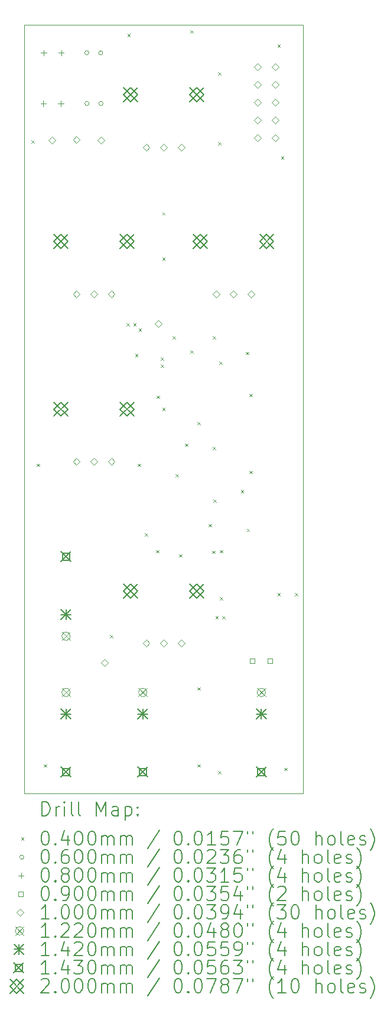
<source format=gbr>
%TF.GenerationSoftware,KiCad,Pcbnew,8.0.5*%
%TF.CreationDate,2024-11-24T11:21:01+01:00*%
%TF.ProjectId,kicks,6b69636b-732e-46b6-9963-61645f706362,rev?*%
%TF.SameCoordinates,Original*%
%TF.FileFunction,Drillmap*%
%TF.FilePolarity,Positive*%
%FSLAX45Y45*%
G04 Gerber Fmt 4.5, Leading zero omitted, Abs format (unit mm)*
G04 Created by KiCad (PCBNEW 8.0.5) date 2024-11-24 11:21:01*
%MOMM*%
%LPD*%
G01*
G04 APERTURE LIST*
%ADD10C,0.100000*%
%ADD11C,0.200000*%
%ADD12C,0.122000*%
%ADD13C,0.142000*%
%ADD14C,0.143000*%
G04 APERTURE END LIST*
D10*
X5000000Y-5000000D02*
X9000000Y-5000000D01*
X9000000Y-16000000D01*
X5000000Y-16000000D01*
X5000000Y-5000000D01*
D11*
D10*
X5105000Y-6655000D02*
X5145000Y-6695000D01*
X5145000Y-6655000D02*
X5105000Y-6695000D01*
X5180000Y-11280000D02*
X5220000Y-11320000D01*
X5220000Y-11280000D02*
X5180000Y-11320000D01*
X5280000Y-15580000D02*
X5320000Y-15620000D01*
X5320000Y-15580000D02*
X5280000Y-15620000D01*
X6230000Y-13730000D02*
X6270000Y-13770000D01*
X6270000Y-13730000D02*
X6230000Y-13770000D01*
X6464467Y-9270533D02*
X6504467Y-9310533D01*
X6504467Y-9270533D02*
X6464467Y-9310533D01*
X6480000Y-5130000D02*
X6520000Y-5170000D01*
X6520000Y-5130000D02*
X6480000Y-5170000D01*
X6564467Y-9270533D02*
X6604467Y-9310533D01*
X6604467Y-9270533D02*
X6564467Y-9310533D01*
X6590000Y-9710000D02*
X6630000Y-9750000D01*
X6630000Y-9710000D02*
X6590000Y-9750000D01*
X6630000Y-11280000D02*
X6670000Y-11320000D01*
X6670000Y-11280000D02*
X6630000Y-11320000D01*
X6639467Y-9345533D02*
X6679467Y-9385533D01*
X6679467Y-9345533D02*
X6639467Y-9385533D01*
X6730000Y-12273000D02*
X6770000Y-12313000D01*
X6770000Y-12273000D02*
X6730000Y-12313000D01*
X6890000Y-12515000D02*
X6930000Y-12555000D01*
X6930000Y-12515000D02*
X6890000Y-12555000D01*
X6898934Y-10305000D02*
X6938934Y-10345000D01*
X6938934Y-10305000D02*
X6898934Y-10345000D01*
X6955000Y-9760000D02*
X6995000Y-9800000D01*
X6995000Y-9760000D02*
X6955000Y-9800000D01*
X6955000Y-9860000D02*
X6995000Y-9900000D01*
X6995000Y-9860000D02*
X6955000Y-9900000D01*
X6980000Y-7680000D02*
X7020000Y-7720000D01*
X7020000Y-7680000D02*
X6980000Y-7720000D01*
X6980000Y-8330000D02*
X7020000Y-8370000D01*
X7020000Y-8330000D02*
X6980000Y-8370000D01*
X6980000Y-10480000D02*
X7020000Y-10520000D01*
X7020000Y-10480000D02*
X6980000Y-10520000D01*
X7130000Y-9455000D02*
X7170000Y-9495000D01*
X7170000Y-9455000D02*
X7130000Y-9495000D01*
X7170000Y-11430000D02*
X7210000Y-11470000D01*
X7210000Y-11430000D02*
X7170000Y-11470000D01*
X7220000Y-12575000D02*
X7260000Y-12615000D01*
X7260000Y-12575000D02*
X7220000Y-12615000D01*
X7304025Y-10990619D02*
X7344025Y-11030619D01*
X7344025Y-10990619D02*
X7304025Y-11030619D01*
X7380000Y-5080000D02*
X7420000Y-5120000D01*
X7420000Y-5080000D02*
X7380000Y-5120000D01*
X7380000Y-9655000D02*
X7420000Y-9695000D01*
X7420000Y-9655000D02*
X7380000Y-9695000D01*
X7480000Y-10680000D02*
X7520000Y-10720000D01*
X7520000Y-10680000D02*
X7480000Y-10720000D01*
X7480000Y-14480000D02*
X7520000Y-14520000D01*
X7520000Y-14480000D02*
X7480000Y-14520000D01*
X7480000Y-15580000D02*
X7520000Y-15620000D01*
X7520000Y-15580000D02*
X7480000Y-15620000D01*
X7642500Y-12142500D02*
X7682500Y-12182500D01*
X7682500Y-12142500D02*
X7642500Y-12182500D01*
X7692138Y-12523146D02*
X7732138Y-12563146D01*
X7732138Y-12523146D02*
X7692138Y-12563146D01*
X7700000Y-11040000D02*
X7740000Y-11080000D01*
X7740000Y-11040000D02*
X7700000Y-11080000D01*
X7705000Y-9455000D02*
X7745000Y-9495000D01*
X7745000Y-9455000D02*
X7705000Y-9495000D01*
X7710000Y-11790000D02*
X7750000Y-11830000D01*
X7750000Y-11790000D02*
X7710000Y-11830000D01*
X7740000Y-13460000D02*
X7780000Y-13500000D01*
X7780000Y-13460000D02*
X7740000Y-13500000D01*
X7780000Y-5680000D02*
X7820000Y-5720000D01*
X7820000Y-5680000D02*
X7780000Y-5720000D01*
X7780000Y-6680000D02*
X7820000Y-6720000D01*
X7820000Y-6680000D02*
X7780000Y-6720000D01*
X7780000Y-15680000D02*
X7820000Y-15720000D01*
X7820000Y-15680000D02*
X7780000Y-15720000D01*
X7794896Y-9819896D02*
X7834896Y-9859896D01*
X7834896Y-9819896D02*
X7794896Y-9859896D01*
X7805000Y-12515800D02*
X7845000Y-12555800D01*
X7845000Y-12515800D02*
X7805000Y-12555800D01*
X7805000Y-13190000D02*
X7845000Y-13230000D01*
X7845000Y-13190000D02*
X7805000Y-13230000D01*
X7840000Y-13460000D02*
X7880000Y-13500000D01*
X7880000Y-13460000D02*
X7840000Y-13500000D01*
X8105000Y-11655000D02*
X8145000Y-11695000D01*
X8145000Y-11655000D02*
X8105000Y-11695000D01*
X8180000Y-9680000D02*
X8220000Y-9720000D01*
X8220000Y-9680000D02*
X8180000Y-9720000D01*
X8190000Y-12210000D02*
X8230000Y-12250000D01*
X8230000Y-12210000D02*
X8190000Y-12250000D01*
X8230000Y-10280000D02*
X8270000Y-10320000D01*
X8270000Y-10280000D02*
X8230000Y-10320000D01*
X8230000Y-11380000D02*
X8270000Y-11420000D01*
X8270000Y-11380000D02*
X8230000Y-11420000D01*
X8630000Y-5280000D02*
X8670000Y-5320000D01*
X8670000Y-5280000D02*
X8630000Y-5320000D01*
X8630000Y-13130000D02*
X8670000Y-13170000D01*
X8670000Y-13130000D02*
X8630000Y-13170000D01*
X8680000Y-6880000D02*
X8720000Y-6920000D01*
X8720000Y-6880000D02*
X8680000Y-6920000D01*
X8730000Y-15630000D02*
X8770000Y-15670000D01*
X8770000Y-15630000D02*
X8730000Y-15670000D01*
X8880000Y-13130000D02*
X8920000Y-13170000D01*
X8920000Y-13130000D02*
X8880000Y-13170000D01*
X5927260Y-5400000D02*
G75*
G02*
X5867260Y-5400000I-30000J0D01*
G01*
X5867260Y-5400000D02*
G75*
G02*
X5927260Y-5400000I30000J0D01*
G01*
X5930000Y-6125000D02*
G75*
G02*
X5870000Y-6125000I-30000J0D01*
G01*
X5870000Y-6125000D02*
G75*
G02*
X5930000Y-6125000I30000J0D01*
G01*
X6127260Y-5400000D02*
G75*
G02*
X6067260Y-5400000I-30000J0D01*
G01*
X6067260Y-5400000D02*
G75*
G02*
X6127260Y-5400000I30000J0D01*
G01*
X6130000Y-6125000D02*
G75*
G02*
X6070000Y-6125000I-30000J0D01*
G01*
X6070000Y-6125000D02*
G75*
G02*
X6130000Y-6125000I30000J0D01*
G01*
X5275000Y-6085000D02*
X5275000Y-6165000D01*
X5235000Y-6125000D02*
X5315000Y-6125000D01*
X5281762Y-5360000D02*
X5281762Y-5440000D01*
X5241762Y-5400000D02*
X5321762Y-5400000D01*
X5525000Y-6085000D02*
X5525000Y-6165000D01*
X5485000Y-6125000D02*
X5565000Y-6125000D01*
X5531762Y-5360000D02*
X5531762Y-5440000D01*
X5491762Y-5400000D02*
X5571762Y-5400000D01*
X8300820Y-14131820D02*
X8300820Y-14068180D01*
X8237180Y-14068180D01*
X8237180Y-14131820D01*
X8300820Y-14131820D01*
X8554820Y-14131820D02*
X8554820Y-14068180D01*
X8491180Y-14068180D01*
X8491180Y-14131820D01*
X8554820Y-14131820D01*
X5400000Y-6700000D02*
X5450000Y-6650000D01*
X5400000Y-6600000D01*
X5350000Y-6650000D01*
X5400000Y-6700000D01*
X5750000Y-6695000D02*
X5800000Y-6645000D01*
X5750000Y-6595000D01*
X5700000Y-6645000D01*
X5750000Y-6695000D01*
X5750000Y-8900000D02*
X5800000Y-8850000D01*
X5750000Y-8800000D01*
X5700000Y-8850000D01*
X5750000Y-8900000D01*
X5750000Y-11300000D02*
X5800000Y-11250000D01*
X5750000Y-11200000D01*
X5700000Y-11250000D01*
X5750000Y-11300000D01*
X6000000Y-8900000D02*
X6050000Y-8850000D01*
X6000000Y-8800000D01*
X5950000Y-8850000D01*
X6000000Y-8900000D01*
X6000000Y-11300000D02*
X6050000Y-11250000D01*
X6000000Y-11200000D01*
X5950000Y-11250000D01*
X6000000Y-11300000D01*
X6100000Y-6700000D02*
X6150000Y-6650000D01*
X6100000Y-6600000D01*
X6050000Y-6650000D01*
X6100000Y-6700000D01*
X6150000Y-14175000D02*
X6200000Y-14125000D01*
X6150000Y-14075000D01*
X6100000Y-14125000D01*
X6150000Y-14175000D01*
X6250000Y-8900000D02*
X6300000Y-8850000D01*
X6250000Y-8800000D01*
X6200000Y-8850000D01*
X6250000Y-8900000D01*
X6250000Y-11300000D02*
X6300000Y-11250000D01*
X6250000Y-11200000D01*
X6200000Y-11250000D01*
X6250000Y-11300000D01*
X6750000Y-6800000D02*
X6800000Y-6750000D01*
X6750000Y-6700000D01*
X6700000Y-6750000D01*
X6750000Y-6800000D01*
X6750000Y-13900000D02*
X6800000Y-13850000D01*
X6750000Y-13800000D01*
X6700000Y-13850000D01*
X6750000Y-13900000D01*
X6925000Y-9325000D02*
X6975000Y-9275000D01*
X6925000Y-9225000D01*
X6875000Y-9275000D01*
X6925000Y-9325000D01*
X7000000Y-6800000D02*
X7050000Y-6750000D01*
X7000000Y-6700000D01*
X6950000Y-6750000D01*
X7000000Y-6800000D01*
X7000000Y-13900000D02*
X7050000Y-13850000D01*
X7000000Y-13800000D01*
X6950000Y-13850000D01*
X7000000Y-13900000D01*
X7250000Y-6800000D02*
X7300000Y-6750000D01*
X7250000Y-6700000D01*
X7200000Y-6750000D01*
X7250000Y-6800000D01*
X7250000Y-13900000D02*
X7300000Y-13850000D01*
X7250000Y-13800000D01*
X7200000Y-13850000D01*
X7250000Y-13900000D01*
X7750000Y-8900000D02*
X7800000Y-8850000D01*
X7750000Y-8800000D01*
X7700000Y-8850000D01*
X7750000Y-8900000D01*
X8000000Y-8900000D02*
X8050000Y-8850000D01*
X8000000Y-8800000D01*
X7950000Y-8850000D01*
X8000000Y-8900000D01*
X8250000Y-8900000D02*
X8300000Y-8850000D01*
X8250000Y-8800000D01*
X8200000Y-8850000D01*
X8250000Y-8900000D01*
X8346000Y-5650000D02*
X8396000Y-5600000D01*
X8346000Y-5550000D01*
X8296000Y-5600000D01*
X8346000Y-5650000D01*
X8346000Y-5904000D02*
X8396000Y-5854000D01*
X8346000Y-5804000D01*
X8296000Y-5854000D01*
X8346000Y-5904000D01*
X8346000Y-6158000D02*
X8396000Y-6108000D01*
X8346000Y-6058000D01*
X8296000Y-6108000D01*
X8346000Y-6158000D01*
X8346000Y-6412000D02*
X8396000Y-6362000D01*
X8346000Y-6312000D01*
X8296000Y-6362000D01*
X8346000Y-6412000D01*
X8346000Y-6666000D02*
X8396000Y-6616000D01*
X8346000Y-6566000D01*
X8296000Y-6616000D01*
X8346000Y-6666000D01*
X8600000Y-5650000D02*
X8650000Y-5600000D01*
X8600000Y-5550000D01*
X8550000Y-5600000D01*
X8600000Y-5650000D01*
X8600000Y-5904000D02*
X8650000Y-5854000D01*
X8600000Y-5804000D01*
X8550000Y-5854000D01*
X8600000Y-5904000D01*
X8600000Y-6158000D02*
X8650000Y-6108000D01*
X8600000Y-6058000D01*
X8550000Y-6108000D01*
X8600000Y-6158000D01*
X8600000Y-6412000D02*
X8650000Y-6362000D01*
X8600000Y-6312000D01*
X8550000Y-6362000D01*
X8600000Y-6412000D01*
X8600000Y-6666000D02*
X8650000Y-6616000D01*
X8600000Y-6566000D01*
X8550000Y-6616000D01*
X8600000Y-6666000D01*
D12*
X5539000Y-13687000D02*
X5661000Y-13809000D01*
X5661000Y-13687000D02*
X5539000Y-13809000D01*
X5661000Y-13748000D02*
G75*
G02*
X5539000Y-13748000I-61000J0D01*
G01*
X5539000Y-13748000D02*
G75*
G02*
X5661000Y-13748000I61000J0D01*
G01*
X5539000Y-14491000D02*
X5661000Y-14613000D01*
X5661000Y-14491000D02*
X5539000Y-14613000D01*
X5661000Y-14552000D02*
G75*
G02*
X5539000Y-14552000I-61000J0D01*
G01*
X5539000Y-14552000D02*
G75*
G02*
X5661000Y-14552000I61000J0D01*
G01*
X6639000Y-14491000D02*
X6761000Y-14613000D01*
X6761000Y-14491000D02*
X6639000Y-14613000D01*
X6761000Y-14552000D02*
G75*
G02*
X6639000Y-14552000I-61000J0D01*
G01*
X6639000Y-14552000D02*
G75*
G02*
X6761000Y-14552000I61000J0D01*
G01*
X8339000Y-14491000D02*
X8461000Y-14613000D01*
X8461000Y-14491000D02*
X8339000Y-14613000D01*
X8461000Y-14552000D02*
G75*
G02*
X8339000Y-14552000I-61000J0D01*
G01*
X8339000Y-14552000D02*
G75*
G02*
X8461000Y-14552000I61000J0D01*
G01*
D13*
X5529000Y-13367000D02*
X5671000Y-13509000D01*
X5671000Y-13367000D02*
X5529000Y-13509000D01*
X5600000Y-13367000D02*
X5600000Y-13509000D01*
X5529000Y-13438000D02*
X5671000Y-13438000D01*
X5529000Y-14791000D02*
X5671000Y-14933000D01*
X5671000Y-14791000D02*
X5529000Y-14933000D01*
X5600000Y-14791000D02*
X5600000Y-14933000D01*
X5529000Y-14862000D02*
X5671000Y-14862000D01*
X6629000Y-14791000D02*
X6771000Y-14933000D01*
X6771000Y-14791000D02*
X6629000Y-14933000D01*
X6700000Y-14791000D02*
X6700000Y-14933000D01*
X6629000Y-14862000D02*
X6771000Y-14862000D01*
X8329000Y-14791000D02*
X8471000Y-14933000D01*
X8471000Y-14791000D02*
X8329000Y-14933000D01*
X8400000Y-14791000D02*
X8400000Y-14933000D01*
X8329000Y-14862000D02*
X8471000Y-14862000D01*
D14*
X5528500Y-12536500D02*
X5671500Y-12679500D01*
X5671500Y-12536500D02*
X5528500Y-12679500D01*
X5650559Y-12658559D02*
X5650559Y-12557441D01*
X5549441Y-12557441D01*
X5549441Y-12658559D01*
X5650559Y-12658559D01*
X5528500Y-15620500D02*
X5671500Y-15763500D01*
X5671500Y-15620500D02*
X5528500Y-15763500D01*
X5650559Y-15742559D02*
X5650559Y-15641441D01*
X5549441Y-15641441D01*
X5549441Y-15742559D01*
X5650559Y-15742559D01*
X6628500Y-15620500D02*
X6771500Y-15763500D01*
X6771500Y-15620500D02*
X6628500Y-15763500D01*
X6750559Y-15742559D02*
X6750559Y-15641441D01*
X6649441Y-15641441D01*
X6649441Y-15742559D01*
X6750559Y-15742559D01*
X8328500Y-15620500D02*
X8471500Y-15763500D01*
X8471500Y-15620500D02*
X8328500Y-15763500D01*
X8450559Y-15742559D02*
X8450559Y-15641441D01*
X8349441Y-15641441D01*
X8349441Y-15742559D01*
X8450559Y-15742559D01*
D11*
X5425000Y-8000000D02*
X5625000Y-8200000D01*
X5625000Y-8000000D02*
X5425000Y-8200000D01*
X5525000Y-8200000D02*
X5625000Y-8100000D01*
X5525000Y-8000000D01*
X5425000Y-8100000D01*
X5525000Y-8200000D01*
X5425000Y-10400000D02*
X5625000Y-10600000D01*
X5625000Y-10400000D02*
X5425000Y-10600000D01*
X5525000Y-10600000D02*
X5625000Y-10500000D01*
X5525000Y-10400000D01*
X5425000Y-10500000D01*
X5525000Y-10600000D01*
X6375000Y-8000000D02*
X6575000Y-8200000D01*
X6575000Y-8000000D02*
X6375000Y-8200000D01*
X6475000Y-8200000D02*
X6575000Y-8100000D01*
X6475000Y-8000000D01*
X6375000Y-8100000D01*
X6475000Y-8200000D01*
X6375000Y-10400000D02*
X6575000Y-10600000D01*
X6575000Y-10400000D02*
X6375000Y-10600000D01*
X6475000Y-10600000D02*
X6575000Y-10500000D01*
X6475000Y-10400000D01*
X6375000Y-10500000D01*
X6475000Y-10600000D01*
X6425000Y-5900000D02*
X6625000Y-6100000D01*
X6625000Y-5900000D02*
X6425000Y-6100000D01*
X6525000Y-6100000D02*
X6625000Y-6000000D01*
X6525000Y-5900000D01*
X6425000Y-6000000D01*
X6525000Y-6100000D01*
X6425000Y-13000000D02*
X6625000Y-13200000D01*
X6625000Y-13000000D02*
X6425000Y-13200000D01*
X6525000Y-13200000D02*
X6625000Y-13100000D01*
X6525000Y-13000000D01*
X6425000Y-13100000D01*
X6525000Y-13200000D01*
X7375000Y-5900000D02*
X7575000Y-6100000D01*
X7575000Y-5900000D02*
X7375000Y-6100000D01*
X7475000Y-6100000D02*
X7575000Y-6000000D01*
X7475000Y-5900000D01*
X7375000Y-6000000D01*
X7475000Y-6100000D01*
X7375000Y-13000000D02*
X7575000Y-13200000D01*
X7575000Y-13000000D02*
X7375000Y-13200000D01*
X7475000Y-13200000D02*
X7575000Y-13100000D01*
X7475000Y-13000000D01*
X7375000Y-13100000D01*
X7475000Y-13200000D01*
X7425000Y-8000000D02*
X7625000Y-8200000D01*
X7625000Y-8000000D02*
X7425000Y-8200000D01*
X7525000Y-8200000D02*
X7625000Y-8100000D01*
X7525000Y-8000000D01*
X7425000Y-8100000D01*
X7525000Y-8200000D01*
X8375000Y-8000000D02*
X8575000Y-8200000D01*
X8575000Y-8000000D02*
X8375000Y-8200000D01*
X8475000Y-8200000D02*
X8575000Y-8100000D01*
X8475000Y-8000000D01*
X8375000Y-8100000D01*
X8475000Y-8200000D01*
X5255777Y-16316484D02*
X5255777Y-16116484D01*
X5255777Y-16116484D02*
X5303396Y-16116484D01*
X5303396Y-16116484D02*
X5331967Y-16126008D01*
X5331967Y-16126008D02*
X5351015Y-16145055D01*
X5351015Y-16145055D02*
X5360539Y-16164103D01*
X5360539Y-16164103D02*
X5370063Y-16202198D01*
X5370063Y-16202198D02*
X5370063Y-16230769D01*
X5370063Y-16230769D02*
X5360539Y-16268865D01*
X5360539Y-16268865D02*
X5351015Y-16287912D01*
X5351015Y-16287912D02*
X5331967Y-16306960D01*
X5331967Y-16306960D02*
X5303396Y-16316484D01*
X5303396Y-16316484D02*
X5255777Y-16316484D01*
X5455777Y-16316484D02*
X5455777Y-16183150D01*
X5455777Y-16221246D02*
X5465301Y-16202198D01*
X5465301Y-16202198D02*
X5474824Y-16192674D01*
X5474824Y-16192674D02*
X5493872Y-16183150D01*
X5493872Y-16183150D02*
X5512920Y-16183150D01*
X5579586Y-16316484D02*
X5579586Y-16183150D01*
X5579586Y-16116484D02*
X5570063Y-16126008D01*
X5570063Y-16126008D02*
X5579586Y-16135531D01*
X5579586Y-16135531D02*
X5589110Y-16126008D01*
X5589110Y-16126008D02*
X5579586Y-16116484D01*
X5579586Y-16116484D02*
X5579586Y-16135531D01*
X5703396Y-16316484D02*
X5684348Y-16306960D01*
X5684348Y-16306960D02*
X5674824Y-16287912D01*
X5674824Y-16287912D02*
X5674824Y-16116484D01*
X5808158Y-16316484D02*
X5789110Y-16306960D01*
X5789110Y-16306960D02*
X5779586Y-16287912D01*
X5779586Y-16287912D02*
X5779586Y-16116484D01*
X6036729Y-16316484D02*
X6036729Y-16116484D01*
X6036729Y-16116484D02*
X6103396Y-16259341D01*
X6103396Y-16259341D02*
X6170062Y-16116484D01*
X6170062Y-16116484D02*
X6170062Y-16316484D01*
X6351015Y-16316484D02*
X6351015Y-16211722D01*
X6351015Y-16211722D02*
X6341491Y-16192674D01*
X6341491Y-16192674D02*
X6322443Y-16183150D01*
X6322443Y-16183150D02*
X6284348Y-16183150D01*
X6284348Y-16183150D02*
X6265301Y-16192674D01*
X6351015Y-16306960D02*
X6331967Y-16316484D01*
X6331967Y-16316484D02*
X6284348Y-16316484D01*
X6284348Y-16316484D02*
X6265301Y-16306960D01*
X6265301Y-16306960D02*
X6255777Y-16287912D01*
X6255777Y-16287912D02*
X6255777Y-16268865D01*
X6255777Y-16268865D02*
X6265301Y-16249817D01*
X6265301Y-16249817D02*
X6284348Y-16240293D01*
X6284348Y-16240293D02*
X6331967Y-16240293D01*
X6331967Y-16240293D02*
X6351015Y-16230769D01*
X6446253Y-16183150D02*
X6446253Y-16383150D01*
X6446253Y-16192674D02*
X6465301Y-16183150D01*
X6465301Y-16183150D02*
X6503396Y-16183150D01*
X6503396Y-16183150D02*
X6522443Y-16192674D01*
X6522443Y-16192674D02*
X6531967Y-16202198D01*
X6531967Y-16202198D02*
X6541491Y-16221246D01*
X6541491Y-16221246D02*
X6541491Y-16278388D01*
X6541491Y-16278388D02*
X6531967Y-16297436D01*
X6531967Y-16297436D02*
X6522443Y-16306960D01*
X6522443Y-16306960D02*
X6503396Y-16316484D01*
X6503396Y-16316484D02*
X6465301Y-16316484D01*
X6465301Y-16316484D02*
X6446253Y-16306960D01*
X6627205Y-16297436D02*
X6636729Y-16306960D01*
X6636729Y-16306960D02*
X6627205Y-16316484D01*
X6627205Y-16316484D02*
X6617682Y-16306960D01*
X6617682Y-16306960D02*
X6627205Y-16297436D01*
X6627205Y-16297436D02*
X6627205Y-16316484D01*
X6627205Y-16192674D02*
X6636729Y-16202198D01*
X6636729Y-16202198D02*
X6627205Y-16211722D01*
X6627205Y-16211722D02*
X6617682Y-16202198D01*
X6617682Y-16202198D02*
X6627205Y-16192674D01*
X6627205Y-16192674D02*
X6627205Y-16211722D01*
D10*
X4955000Y-16625000D02*
X4995000Y-16665000D01*
X4995000Y-16625000D02*
X4955000Y-16665000D01*
D11*
X5293872Y-16536484D02*
X5312920Y-16536484D01*
X5312920Y-16536484D02*
X5331967Y-16546008D01*
X5331967Y-16546008D02*
X5341491Y-16555531D01*
X5341491Y-16555531D02*
X5351015Y-16574579D01*
X5351015Y-16574579D02*
X5360539Y-16612674D01*
X5360539Y-16612674D02*
X5360539Y-16660293D01*
X5360539Y-16660293D02*
X5351015Y-16698388D01*
X5351015Y-16698388D02*
X5341491Y-16717436D01*
X5341491Y-16717436D02*
X5331967Y-16726960D01*
X5331967Y-16726960D02*
X5312920Y-16736484D01*
X5312920Y-16736484D02*
X5293872Y-16736484D01*
X5293872Y-16736484D02*
X5274824Y-16726960D01*
X5274824Y-16726960D02*
X5265301Y-16717436D01*
X5265301Y-16717436D02*
X5255777Y-16698388D01*
X5255777Y-16698388D02*
X5246253Y-16660293D01*
X5246253Y-16660293D02*
X5246253Y-16612674D01*
X5246253Y-16612674D02*
X5255777Y-16574579D01*
X5255777Y-16574579D02*
X5265301Y-16555531D01*
X5265301Y-16555531D02*
X5274824Y-16546008D01*
X5274824Y-16546008D02*
X5293872Y-16536484D01*
X5446253Y-16717436D02*
X5455777Y-16726960D01*
X5455777Y-16726960D02*
X5446253Y-16736484D01*
X5446253Y-16736484D02*
X5436729Y-16726960D01*
X5436729Y-16726960D02*
X5446253Y-16717436D01*
X5446253Y-16717436D02*
X5446253Y-16736484D01*
X5627205Y-16603150D02*
X5627205Y-16736484D01*
X5579586Y-16526960D02*
X5531967Y-16669817D01*
X5531967Y-16669817D02*
X5655777Y-16669817D01*
X5770062Y-16536484D02*
X5789110Y-16536484D01*
X5789110Y-16536484D02*
X5808158Y-16546008D01*
X5808158Y-16546008D02*
X5817682Y-16555531D01*
X5817682Y-16555531D02*
X5827205Y-16574579D01*
X5827205Y-16574579D02*
X5836729Y-16612674D01*
X5836729Y-16612674D02*
X5836729Y-16660293D01*
X5836729Y-16660293D02*
X5827205Y-16698388D01*
X5827205Y-16698388D02*
X5817682Y-16717436D01*
X5817682Y-16717436D02*
X5808158Y-16726960D01*
X5808158Y-16726960D02*
X5789110Y-16736484D01*
X5789110Y-16736484D02*
X5770062Y-16736484D01*
X5770062Y-16736484D02*
X5751015Y-16726960D01*
X5751015Y-16726960D02*
X5741491Y-16717436D01*
X5741491Y-16717436D02*
X5731967Y-16698388D01*
X5731967Y-16698388D02*
X5722443Y-16660293D01*
X5722443Y-16660293D02*
X5722443Y-16612674D01*
X5722443Y-16612674D02*
X5731967Y-16574579D01*
X5731967Y-16574579D02*
X5741491Y-16555531D01*
X5741491Y-16555531D02*
X5751015Y-16546008D01*
X5751015Y-16546008D02*
X5770062Y-16536484D01*
X5960539Y-16536484D02*
X5979586Y-16536484D01*
X5979586Y-16536484D02*
X5998634Y-16546008D01*
X5998634Y-16546008D02*
X6008158Y-16555531D01*
X6008158Y-16555531D02*
X6017682Y-16574579D01*
X6017682Y-16574579D02*
X6027205Y-16612674D01*
X6027205Y-16612674D02*
X6027205Y-16660293D01*
X6027205Y-16660293D02*
X6017682Y-16698388D01*
X6017682Y-16698388D02*
X6008158Y-16717436D01*
X6008158Y-16717436D02*
X5998634Y-16726960D01*
X5998634Y-16726960D02*
X5979586Y-16736484D01*
X5979586Y-16736484D02*
X5960539Y-16736484D01*
X5960539Y-16736484D02*
X5941491Y-16726960D01*
X5941491Y-16726960D02*
X5931967Y-16717436D01*
X5931967Y-16717436D02*
X5922443Y-16698388D01*
X5922443Y-16698388D02*
X5912920Y-16660293D01*
X5912920Y-16660293D02*
X5912920Y-16612674D01*
X5912920Y-16612674D02*
X5922443Y-16574579D01*
X5922443Y-16574579D02*
X5931967Y-16555531D01*
X5931967Y-16555531D02*
X5941491Y-16546008D01*
X5941491Y-16546008D02*
X5960539Y-16536484D01*
X6112920Y-16736484D02*
X6112920Y-16603150D01*
X6112920Y-16622198D02*
X6122443Y-16612674D01*
X6122443Y-16612674D02*
X6141491Y-16603150D01*
X6141491Y-16603150D02*
X6170063Y-16603150D01*
X6170063Y-16603150D02*
X6189110Y-16612674D01*
X6189110Y-16612674D02*
X6198634Y-16631722D01*
X6198634Y-16631722D02*
X6198634Y-16736484D01*
X6198634Y-16631722D02*
X6208158Y-16612674D01*
X6208158Y-16612674D02*
X6227205Y-16603150D01*
X6227205Y-16603150D02*
X6255777Y-16603150D01*
X6255777Y-16603150D02*
X6274824Y-16612674D01*
X6274824Y-16612674D02*
X6284348Y-16631722D01*
X6284348Y-16631722D02*
X6284348Y-16736484D01*
X6379586Y-16736484D02*
X6379586Y-16603150D01*
X6379586Y-16622198D02*
X6389110Y-16612674D01*
X6389110Y-16612674D02*
X6408158Y-16603150D01*
X6408158Y-16603150D02*
X6436729Y-16603150D01*
X6436729Y-16603150D02*
X6455777Y-16612674D01*
X6455777Y-16612674D02*
X6465301Y-16631722D01*
X6465301Y-16631722D02*
X6465301Y-16736484D01*
X6465301Y-16631722D02*
X6474824Y-16612674D01*
X6474824Y-16612674D02*
X6493872Y-16603150D01*
X6493872Y-16603150D02*
X6522443Y-16603150D01*
X6522443Y-16603150D02*
X6541491Y-16612674D01*
X6541491Y-16612674D02*
X6551015Y-16631722D01*
X6551015Y-16631722D02*
X6551015Y-16736484D01*
X6941491Y-16526960D02*
X6770063Y-16784103D01*
X7198634Y-16536484D02*
X7217682Y-16536484D01*
X7217682Y-16536484D02*
X7236729Y-16546008D01*
X7236729Y-16546008D02*
X7246253Y-16555531D01*
X7246253Y-16555531D02*
X7255777Y-16574579D01*
X7255777Y-16574579D02*
X7265301Y-16612674D01*
X7265301Y-16612674D02*
X7265301Y-16660293D01*
X7265301Y-16660293D02*
X7255777Y-16698388D01*
X7255777Y-16698388D02*
X7246253Y-16717436D01*
X7246253Y-16717436D02*
X7236729Y-16726960D01*
X7236729Y-16726960D02*
X7217682Y-16736484D01*
X7217682Y-16736484D02*
X7198634Y-16736484D01*
X7198634Y-16736484D02*
X7179586Y-16726960D01*
X7179586Y-16726960D02*
X7170063Y-16717436D01*
X7170063Y-16717436D02*
X7160539Y-16698388D01*
X7160539Y-16698388D02*
X7151015Y-16660293D01*
X7151015Y-16660293D02*
X7151015Y-16612674D01*
X7151015Y-16612674D02*
X7160539Y-16574579D01*
X7160539Y-16574579D02*
X7170063Y-16555531D01*
X7170063Y-16555531D02*
X7179586Y-16546008D01*
X7179586Y-16546008D02*
X7198634Y-16536484D01*
X7351015Y-16717436D02*
X7360539Y-16726960D01*
X7360539Y-16726960D02*
X7351015Y-16736484D01*
X7351015Y-16736484D02*
X7341491Y-16726960D01*
X7341491Y-16726960D02*
X7351015Y-16717436D01*
X7351015Y-16717436D02*
X7351015Y-16736484D01*
X7484348Y-16536484D02*
X7503396Y-16536484D01*
X7503396Y-16536484D02*
X7522444Y-16546008D01*
X7522444Y-16546008D02*
X7531967Y-16555531D01*
X7531967Y-16555531D02*
X7541491Y-16574579D01*
X7541491Y-16574579D02*
X7551015Y-16612674D01*
X7551015Y-16612674D02*
X7551015Y-16660293D01*
X7551015Y-16660293D02*
X7541491Y-16698388D01*
X7541491Y-16698388D02*
X7531967Y-16717436D01*
X7531967Y-16717436D02*
X7522444Y-16726960D01*
X7522444Y-16726960D02*
X7503396Y-16736484D01*
X7503396Y-16736484D02*
X7484348Y-16736484D01*
X7484348Y-16736484D02*
X7465301Y-16726960D01*
X7465301Y-16726960D02*
X7455777Y-16717436D01*
X7455777Y-16717436D02*
X7446253Y-16698388D01*
X7446253Y-16698388D02*
X7436729Y-16660293D01*
X7436729Y-16660293D02*
X7436729Y-16612674D01*
X7436729Y-16612674D02*
X7446253Y-16574579D01*
X7446253Y-16574579D02*
X7455777Y-16555531D01*
X7455777Y-16555531D02*
X7465301Y-16546008D01*
X7465301Y-16546008D02*
X7484348Y-16536484D01*
X7741491Y-16736484D02*
X7627206Y-16736484D01*
X7684348Y-16736484D02*
X7684348Y-16536484D01*
X7684348Y-16536484D02*
X7665301Y-16565055D01*
X7665301Y-16565055D02*
X7646253Y-16584103D01*
X7646253Y-16584103D02*
X7627206Y-16593627D01*
X7922444Y-16536484D02*
X7827206Y-16536484D01*
X7827206Y-16536484D02*
X7817682Y-16631722D01*
X7817682Y-16631722D02*
X7827206Y-16622198D01*
X7827206Y-16622198D02*
X7846253Y-16612674D01*
X7846253Y-16612674D02*
X7893872Y-16612674D01*
X7893872Y-16612674D02*
X7912920Y-16622198D01*
X7912920Y-16622198D02*
X7922444Y-16631722D01*
X7922444Y-16631722D02*
X7931967Y-16650769D01*
X7931967Y-16650769D02*
X7931967Y-16698388D01*
X7931967Y-16698388D02*
X7922444Y-16717436D01*
X7922444Y-16717436D02*
X7912920Y-16726960D01*
X7912920Y-16726960D02*
X7893872Y-16736484D01*
X7893872Y-16736484D02*
X7846253Y-16736484D01*
X7846253Y-16736484D02*
X7827206Y-16726960D01*
X7827206Y-16726960D02*
X7817682Y-16717436D01*
X7998634Y-16536484D02*
X8131967Y-16536484D01*
X8131967Y-16536484D02*
X8046253Y-16736484D01*
X8198634Y-16536484D02*
X8198634Y-16574579D01*
X8274825Y-16536484D02*
X8274825Y-16574579D01*
X8570063Y-16812674D02*
X8560539Y-16803150D01*
X8560539Y-16803150D02*
X8541491Y-16774579D01*
X8541491Y-16774579D02*
X8531968Y-16755531D01*
X8531968Y-16755531D02*
X8522444Y-16726960D01*
X8522444Y-16726960D02*
X8512920Y-16679341D01*
X8512920Y-16679341D02*
X8512920Y-16641246D01*
X8512920Y-16641246D02*
X8522444Y-16593627D01*
X8522444Y-16593627D02*
X8531968Y-16565055D01*
X8531968Y-16565055D02*
X8541491Y-16546008D01*
X8541491Y-16546008D02*
X8560539Y-16517436D01*
X8560539Y-16517436D02*
X8570063Y-16507912D01*
X8741491Y-16536484D02*
X8646253Y-16536484D01*
X8646253Y-16536484D02*
X8636730Y-16631722D01*
X8636730Y-16631722D02*
X8646253Y-16622198D01*
X8646253Y-16622198D02*
X8665301Y-16612674D01*
X8665301Y-16612674D02*
X8712920Y-16612674D01*
X8712920Y-16612674D02*
X8731968Y-16622198D01*
X8731968Y-16622198D02*
X8741491Y-16631722D01*
X8741491Y-16631722D02*
X8751015Y-16650769D01*
X8751015Y-16650769D02*
X8751015Y-16698388D01*
X8751015Y-16698388D02*
X8741491Y-16717436D01*
X8741491Y-16717436D02*
X8731968Y-16726960D01*
X8731968Y-16726960D02*
X8712920Y-16736484D01*
X8712920Y-16736484D02*
X8665301Y-16736484D01*
X8665301Y-16736484D02*
X8646253Y-16726960D01*
X8646253Y-16726960D02*
X8636730Y-16717436D01*
X8874825Y-16536484D02*
X8893872Y-16536484D01*
X8893872Y-16536484D02*
X8912920Y-16546008D01*
X8912920Y-16546008D02*
X8922444Y-16555531D01*
X8922444Y-16555531D02*
X8931968Y-16574579D01*
X8931968Y-16574579D02*
X8941491Y-16612674D01*
X8941491Y-16612674D02*
X8941491Y-16660293D01*
X8941491Y-16660293D02*
X8931968Y-16698388D01*
X8931968Y-16698388D02*
X8922444Y-16717436D01*
X8922444Y-16717436D02*
X8912920Y-16726960D01*
X8912920Y-16726960D02*
X8893872Y-16736484D01*
X8893872Y-16736484D02*
X8874825Y-16736484D01*
X8874825Y-16736484D02*
X8855777Y-16726960D01*
X8855777Y-16726960D02*
X8846253Y-16717436D01*
X8846253Y-16717436D02*
X8836730Y-16698388D01*
X8836730Y-16698388D02*
X8827206Y-16660293D01*
X8827206Y-16660293D02*
X8827206Y-16612674D01*
X8827206Y-16612674D02*
X8836730Y-16574579D01*
X8836730Y-16574579D02*
X8846253Y-16555531D01*
X8846253Y-16555531D02*
X8855777Y-16546008D01*
X8855777Y-16546008D02*
X8874825Y-16536484D01*
X9179587Y-16736484D02*
X9179587Y-16536484D01*
X9265301Y-16736484D02*
X9265301Y-16631722D01*
X9265301Y-16631722D02*
X9255777Y-16612674D01*
X9255777Y-16612674D02*
X9236730Y-16603150D01*
X9236730Y-16603150D02*
X9208158Y-16603150D01*
X9208158Y-16603150D02*
X9189111Y-16612674D01*
X9189111Y-16612674D02*
X9179587Y-16622198D01*
X9389111Y-16736484D02*
X9370063Y-16726960D01*
X9370063Y-16726960D02*
X9360539Y-16717436D01*
X9360539Y-16717436D02*
X9351015Y-16698388D01*
X9351015Y-16698388D02*
X9351015Y-16641246D01*
X9351015Y-16641246D02*
X9360539Y-16622198D01*
X9360539Y-16622198D02*
X9370063Y-16612674D01*
X9370063Y-16612674D02*
X9389111Y-16603150D01*
X9389111Y-16603150D02*
X9417682Y-16603150D01*
X9417682Y-16603150D02*
X9436730Y-16612674D01*
X9436730Y-16612674D02*
X9446253Y-16622198D01*
X9446253Y-16622198D02*
X9455777Y-16641246D01*
X9455777Y-16641246D02*
X9455777Y-16698388D01*
X9455777Y-16698388D02*
X9446253Y-16717436D01*
X9446253Y-16717436D02*
X9436730Y-16726960D01*
X9436730Y-16726960D02*
X9417682Y-16736484D01*
X9417682Y-16736484D02*
X9389111Y-16736484D01*
X9570063Y-16736484D02*
X9551015Y-16726960D01*
X9551015Y-16726960D02*
X9541492Y-16707912D01*
X9541492Y-16707912D02*
X9541492Y-16536484D01*
X9722444Y-16726960D02*
X9703396Y-16736484D01*
X9703396Y-16736484D02*
X9665301Y-16736484D01*
X9665301Y-16736484D02*
X9646253Y-16726960D01*
X9646253Y-16726960D02*
X9636730Y-16707912D01*
X9636730Y-16707912D02*
X9636730Y-16631722D01*
X9636730Y-16631722D02*
X9646253Y-16612674D01*
X9646253Y-16612674D02*
X9665301Y-16603150D01*
X9665301Y-16603150D02*
X9703396Y-16603150D01*
X9703396Y-16603150D02*
X9722444Y-16612674D01*
X9722444Y-16612674D02*
X9731968Y-16631722D01*
X9731968Y-16631722D02*
X9731968Y-16650769D01*
X9731968Y-16650769D02*
X9636730Y-16669817D01*
X9808158Y-16726960D02*
X9827206Y-16736484D01*
X9827206Y-16736484D02*
X9865301Y-16736484D01*
X9865301Y-16736484D02*
X9884349Y-16726960D01*
X9884349Y-16726960D02*
X9893873Y-16707912D01*
X9893873Y-16707912D02*
X9893873Y-16698388D01*
X9893873Y-16698388D02*
X9884349Y-16679341D01*
X9884349Y-16679341D02*
X9865301Y-16669817D01*
X9865301Y-16669817D02*
X9836730Y-16669817D01*
X9836730Y-16669817D02*
X9817682Y-16660293D01*
X9817682Y-16660293D02*
X9808158Y-16641246D01*
X9808158Y-16641246D02*
X9808158Y-16631722D01*
X9808158Y-16631722D02*
X9817682Y-16612674D01*
X9817682Y-16612674D02*
X9836730Y-16603150D01*
X9836730Y-16603150D02*
X9865301Y-16603150D01*
X9865301Y-16603150D02*
X9884349Y-16612674D01*
X9960539Y-16812674D02*
X9970063Y-16803150D01*
X9970063Y-16803150D02*
X9989111Y-16774579D01*
X9989111Y-16774579D02*
X9998634Y-16755531D01*
X9998634Y-16755531D02*
X10008158Y-16726960D01*
X10008158Y-16726960D02*
X10017682Y-16679341D01*
X10017682Y-16679341D02*
X10017682Y-16641246D01*
X10017682Y-16641246D02*
X10008158Y-16593627D01*
X10008158Y-16593627D02*
X9998634Y-16565055D01*
X9998634Y-16565055D02*
X9989111Y-16546008D01*
X9989111Y-16546008D02*
X9970063Y-16517436D01*
X9970063Y-16517436D02*
X9960539Y-16507912D01*
D10*
X4995000Y-16909000D02*
G75*
G02*
X4935000Y-16909000I-30000J0D01*
G01*
X4935000Y-16909000D02*
G75*
G02*
X4995000Y-16909000I30000J0D01*
G01*
D11*
X5293872Y-16800484D02*
X5312920Y-16800484D01*
X5312920Y-16800484D02*
X5331967Y-16810008D01*
X5331967Y-16810008D02*
X5341491Y-16819531D01*
X5341491Y-16819531D02*
X5351015Y-16838579D01*
X5351015Y-16838579D02*
X5360539Y-16876674D01*
X5360539Y-16876674D02*
X5360539Y-16924293D01*
X5360539Y-16924293D02*
X5351015Y-16962389D01*
X5351015Y-16962389D02*
X5341491Y-16981436D01*
X5341491Y-16981436D02*
X5331967Y-16990960D01*
X5331967Y-16990960D02*
X5312920Y-17000484D01*
X5312920Y-17000484D02*
X5293872Y-17000484D01*
X5293872Y-17000484D02*
X5274824Y-16990960D01*
X5274824Y-16990960D02*
X5265301Y-16981436D01*
X5265301Y-16981436D02*
X5255777Y-16962389D01*
X5255777Y-16962389D02*
X5246253Y-16924293D01*
X5246253Y-16924293D02*
X5246253Y-16876674D01*
X5246253Y-16876674D02*
X5255777Y-16838579D01*
X5255777Y-16838579D02*
X5265301Y-16819531D01*
X5265301Y-16819531D02*
X5274824Y-16810008D01*
X5274824Y-16810008D02*
X5293872Y-16800484D01*
X5446253Y-16981436D02*
X5455777Y-16990960D01*
X5455777Y-16990960D02*
X5446253Y-17000484D01*
X5446253Y-17000484D02*
X5436729Y-16990960D01*
X5436729Y-16990960D02*
X5446253Y-16981436D01*
X5446253Y-16981436D02*
X5446253Y-17000484D01*
X5627205Y-16800484D02*
X5589110Y-16800484D01*
X5589110Y-16800484D02*
X5570063Y-16810008D01*
X5570063Y-16810008D02*
X5560539Y-16819531D01*
X5560539Y-16819531D02*
X5541491Y-16848103D01*
X5541491Y-16848103D02*
X5531967Y-16886198D01*
X5531967Y-16886198D02*
X5531967Y-16962389D01*
X5531967Y-16962389D02*
X5541491Y-16981436D01*
X5541491Y-16981436D02*
X5551015Y-16990960D01*
X5551015Y-16990960D02*
X5570063Y-17000484D01*
X5570063Y-17000484D02*
X5608158Y-17000484D01*
X5608158Y-17000484D02*
X5627205Y-16990960D01*
X5627205Y-16990960D02*
X5636729Y-16981436D01*
X5636729Y-16981436D02*
X5646253Y-16962389D01*
X5646253Y-16962389D02*
X5646253Y-16914770D01*
X5646253Y-16914770D02*
X5636729Y-16895722D01*
X5636729Y-16895722D02*
X5627205Y-16886198D01*
X5627205Y-16886198D02*
X5608158Y-16876674D01*
X5608158Y-16876674D02*
X5570063Y-16876674D01*
X5570063Y-16876674D02*
X5551015Y-16886198D01*
X5551015Y-16886198D02*
X5541491Y-16895722D01*
X5541491Y-16895722D02*
X5531967Y-16914770D01*
X5770062Y-16800484D02*
X5789110Y-16800484D01*
X5789110Y-16800484D02*
X5808158Y-16810008D01*
X5808158Y-16810008D02*
X5817682Y-16819531D01*
X5817682Y-16819531D02*
X5827205Y-16838579D01*
X5827205Y-16838579D02*
X5836729Y-16876674D01*
X5836729Y-16876674D02*
X5836729Y-16924293D01*
X5836729Y-16924293D02*
X5827205Y-16962389D01*
X5827205Y-16962389D02*
X5817682Y-16981436D01*
X5817682Y-16981436D02*
X5808158Y-16990960D01*
X5808158Y-16990960D02*
X5789110Y-17000484D01*
X5789110Y-17000484D02*
X5770062Y-17000484D01*
X5770062Y-17000484D02*
X5751015Y-16990960D01*
X5751015Y-16990960D02*
X5741491Y-16981436D01*
X5741491Y-16981436D02*
X5731967Y-16962389D01*
X5731967Y-16962389D02*
X5722443Y-16924293D01*
X5722443Y-16924293D02*
X5722443Y-16876674D01*
X5722443Y-16876674D02*
X5731967Y-16838579D01*
X5731967Y-16838579D02*
X5741491Y-16819531D01*
X5741491Y-16819531D02*
X5751015Y-16810008D01*
X5751015Y-16810008D02*
X5770062Y-16800484D01*
X5960539Y-16800484D02*
X5979586Y-16800484D01*
X5979586Y-16800484D02*
X5998634Y-16810008D01*
X5998634Y-16810008D02*
X6008158Y-16819531D01*
X6008158Y-16819531D02*
X6017682Y-16838579D01*
X6017682Y-16838579D02*
X6027205Y-16876674D01*
X6027205Y-16876674D02*
X6027205Y-16924293D01*
X6027205Y-16924293D02*
X6017682Y-16962389D01*
X6017682Y-16962389D02*
X6008158Y-16981436D01*
X6008158Y-16981436D02*
X5998634Y-16990960D01*
X5998634Y-16990960D02*
X5979586Y-17000484D01*
X5979586Y-17000484D02*
X5960539Y-17000484D01*
X5960539Y-17000484D02*
X5941491Y-16990960D01*
X5941491Y-16990960D02*
X5931967Y-16981436D01*
X5931967Y-16981436D02*
X5922443Y-16962389D01*
X5922443Y-16962389D02*
X5912920Y-16924293D01*
X5912920Y-16924293D02*
X5912920Y-16876674D01*
X5912920Y-16876674D02*
X5922443Y-16838579D01*
X5922443Y-16838579D02*
X5931967Y-16819531D01*
X5931967Y-16819531D02*
X5941491Y-16810008D01*
X5941491Y-16810008D02*
X5960539Y-16800484D01*
X6112920Y-17000484D02*
X6112920Y-16867150D01*
X6112920Y-16886198D02*
X6122443Y-16876674D01*
X6122443Y-16876674D02*
X6141491Y-16867150D01*
X6141491Y-16867150D02*
X6170063Y-16867150D01*
X6170063Y-16867150D02*
X6189110Y-16876674D01*
X6189110Y-16876674D02*
X6198634Y-16895722D01*
X6198634Y-16895722D02*
X6198634Y-17000484D01*
X6198634Y-16895722D02*
X6208158Y-16876674D01*
X6208158Y-16876674D02*
X6227205Y-16867150D01*
X6227205Y-16867150D02*
X6255777Y-16867150D01*
X6255777Y-16867150D02*
X6274824Y-16876674D01*
X6274824Y-16876674D02*
X6284348Y-16895722D01*
X6284348Y-16895722D02*
X6284348Y-17000484D01*
X6379586Y-17000484D02*
X6379586Y-16867150D01*
X6379586Y-16886198D02*
X6389110Y-16876674D01*
X6389110Y-16876674D02*
X6408158Y-16867150D01*
X6408158Y-16867150D02*
X6436729Y-16867150D01*
X6436729Y-16867150D02*
X6455777Y-16876674D01*
X6455777Y-16876674D02*
X6465301Y-16895722D01*
X6465301Y-16895722D02*
X6465301Y-17000484D01*
X6465301Y-16895722D02*
X6474824Y-16876674D01*
X6474824Y-16876674D02*
X6493872Y-16867150D01*
X6493872Y-16867150D02*
X6522443Y-16867150D01*
X6522443Y-16867150D02*
X6541491Y-16876674D01*
X6541491Y-16876674D02*
X6551015Y-16895722D01*
X6551015Y-16895722D02*
X6551015Y-17000484D01*
X6941491Y-16790960D02*
X6770063Y-17048103D01*
X7198634Y-16800484D02*
X7217682Y-16800484D01*
X7217682Y-16800484D02*
X7236729Y-16810008D01*
X7236729Y-16810008D02*
X7246253Y-16819531D01*
X7246253Y-16819531D02*
X7255777Y-16838579D01*
X7255777Y-16838579D02*
X7265301Y-16876674D01*
X7265301Y-16876674D02*
X7265301Y-16924293D01*
X7265301Y-16924293D02*
X7255777Y-16962389D01*
X7255777Y-16962389D02*
X7246253Y-16981436D01*
X7246253Y-16981436D02*
X7236729Y-16990960D01*
X7236729Y-16990960D02*
X7217682Y-17000484D01*
X7217682Y-17000484D02*
X7198634Y-17000484D01*
X7198634Y-17000484D02*
X7179586Y-16990960D01*
X7179586Y-16990960D02*
X7170063Y-16981436D01*
X7170063Y-16981436D02*
X7160539Y-16962389D01*
X7160539Y-16962389D02*
X7151015Y-16924293D01*
X7151015Y-16924293D02*
X7151015Y-16876674D01*
X7151015Y-16876674D02*
X7160539Y-16838579D01*
X7160539Y-16838579D02*
X7170063Y-16819531D01*
X7170063Y-16819531D02*
X7179586Y-16810008D01*
X7179586Y-16810008D02*
X7198634Y-16800484D01*
X7351015Y-16981436D02*
X7360539Y-16990960D01*
X7360539Y-16990960D02*
X7351015Y-17000484D01*
X7351015Y-17000484D02*
X7341491Y-16990960D01*
X7341491Y-16990960D02*
X7351015Y-16981436D01*
X7351015Y-16981436D02*
X7351015Y-17000484D01*
X7484348Y-16800484D02*
X7503396Y-16800484D01*
X7503396Y-16800484D02*
X7522444Y-16810008D01*
X7522444Y-16810008D02*
X7531967Y-16819531D01*
X7531967Y-16819531D02*
X7541491Y-16838579D01*
X7541491Y-16838579D02*
X7551015Y-16876674D01*
X7551015Y-16876674D02*
X7551015Y-16924293D01*
X7551015Y-16924293D02*
X7541491Y-16962389D01*
X7541491Y-16962389D02*
X7531967Y-16981436D01*
X7531967Y-16981436D02*
X7522444Y-16990960D01*
X7522444Y-16990960D02*
X7503396Y-17000484D01*
X7503396Y-17000484D02*
X7484348Y-17000484D01*
X7484348Y-17000484D02*
X7465301Y-16990960D01*
X7465301Y-16990960D02*
X7455777Y-16981436D01*
X7455777Y-16981436D02*
X7446253Y-16962389D01*
X7446253Y-16962389D02*
X7436729Y-16924293D01*
X7436729Y-16924293D02*
X7436729Y-16876674D01*
X7436729Y-16876674D02*
X7446253Y-16838579D01*
X7446253Y-16838579D02*
X7455777Y-16819531D01*
X7455777Y-16819531D02*
X7465301Y-16810008D01*
X7465301Y-16810008D02*
X7484348Y-16800484D01*
X7627206Y-16819531D02*
X7636729Y-16810008D01*
X7636729Y-16810008D02*
X7655777Y-16800484D01*
X7655777Y-16800484D02*
X7703396Y-16800484D01*
X7703396Y-16800484D02*
X7722444Y-16810008D01*
X7722444Y-16810008D02*
X7731967Y-16819531D01*
X7731967Y-16819531D02*
X7741491Y-16838579D01*
X7741491Y-16838579D02*
X7741491Y-16857627D01*
X7741491Y-16857627D02*
X7731967Y-16886198D01*
X7731967Y-16886198D02*
X7617682Y-17000484D01*
X7617682Y-17000484D02*
X7741491Y-17000484D01*
X7808158Y-16800484D02*
X7931967Y-16800484D01*
X7931967Y-16800484D02*
X7865301Y-16876674D01*
X7865301Y-16876674D02*
X7893872Y-16876674D01*
X7893872Y-16876674D02*
X7912920Y-16886198D01*
X7912920Y-16886198D02*
X7922444Y-16895722D01*
X7922444Y-16895722D02*
X7931967Y-16914770D01*
X7931967Y-16914770D02*
X7931967Y-16962389D01*
X7931967Y-16962389D02*
X7922444Y-16981436D01*
X7922444Y-16981436D02*
X7912920Y-16990960D01*
X7912920Y-16990960D02*
X7893872Y-17000484D01*
X7893872Y-17000484D02*
X7836729Y-17000484D01*
X7836729Y-17000484D02*
X7817682Y-16990960D01*
X7817682Y-16990960D02*
X7808158Y-16981436D01*
X8103396Y-16800484D02*
X8065301Y-16800484D01*
X8065301Y-16800484D02*
X8046253Y-16810008D01*
X8046253Y-16810008D02*
X8036729Y-16819531D01*
X8036729Y-16819531D02*
X8017682Y-16848103D01*
X8017682Y-16848103D02*
X8008158Y-16886198D01*
X8008158Y-16886198D02*
X8008158Y-16962389D01*
X8008158Y-16962389D02*
X8017682Y-16981436D01*
X8017682Y-16981436D02*
X8027206Y-16990960D01*
X8027206Y-16990960D02*
X8046253Y-17000484D01*
X8046253Y-17000484D02*
X8084348Y-17000484D01*
X8084348Y-17000484D02*
X8103396Y-16990960D01*
X8103396Y-16990960D02*
X8112920Y-16981436D01*
X8112920Y-16981436D02*
X8122444Y-16962389D01*
X8122444Y-16962389D02*
X8122444Y-16914770D01*
X8122444Y-16914770D02*
X8112920Y-16895722D01*
X8112920Y-16895722D02*
X8103396Y-16886198D01*
X8103396Y-16886198D02*
X8084348Y-16876674D01*
X8084348Y-16876674D02*
X8046253Y-16876674D01*
X8046253Y-16876674D02*
X8027206Y-16886198D01*
X8027206Y-16886198D02*
X8017682Y-16895722D01*
X8017682Y-16895722D02*
X8008158Y-16914770D01*
X8198634Y-16800484D02*
X8198634Y-16838579D01*
X8274825Y-16800484D02*
X8274825Y-16838579D01*
X8570063Y-17076674D02*
X8560539Y-17067150D01*
X8560539Y-17067150D02*
X8541491Y-17038579D01*
X8541491Y-17038579D02*
X8531968Y-17019531D01*
X8531968Y-17019531D02*
X8522444Y-16990960D01*
X8522444Y-16990960D02*
X8512920Y-16943341D01*
X8512920Y-16943341D02*
X8512920Y-16905246D01*
X8512920Y-16905246D02*
X8522444Y-16857627D01*
X8522444Y-16857627D02*
X8531968Y-16829055D01*
X8531968Y-16829055D02*
X8541491Y-16810008D01*
X8541491Y-16810008D02*
X8560539Y-16781436D01*
X8560539Y-16781436D02*
X8570063Y-16771912D01*
X8731968Y-16867150D02*
X8731968Y-17000484D01*
X8684349Y-16790960D02*
X8636730Y-16933817D01*
X8636730Y-16933817D02*
X8760539Y-16933817D01*
X8989111Y-17000484D02*
X8989111Y-16800484D01*
X9074825Y-17000484D02*
X9074825Y-16895722D01*
X9074825Y-16895722D02*
X9065301Y-16876674D01*
X9065301Y-16876674D02*
X9046253Y-16867150D01*
X9046253Y-16867150D02*
X9017682Y-16867150D01*
X9017682Y-16867150D02*
X8998634Y-16876674D01*
X8998634Y-16876674D02*
X8989111Y-16886198D01*
X9198634Y-17000484D02*
X9179587Y-16990960D01*
X9179587Y-16990960D02*
X9170063Y-16981436D01*
X9170063Y-16981436D02*
X9160539Y-16962389D01*
X9160539Y-16962389D02*
X9160539Y-16905246D01*
X9160539Y-16905246D02*
X9170063Y-16886198D01*
X9170063Y-16886198D02*
X9179587Y-16876674D01*
X9179587Y-16876674D02*
X9198634Y-16867150D01*
X9198634Y-16867150D02*
X9227206Y-16867150D01*
X9227206Y-16867150D02*
X9246253Y-16876674D01*
X9246253Y-16876674D02*
X9255777Y-16886198D01*
X9255777Y-16886198D02*
X9265301Y-16905246D01*
X9265301Y-16905246D02*
X9265301Y-16962389D01*
X9265301Y-16962389D02*
X9255777Y-16981436D01*
X9255777Y-16981436D02*
X9246253Y-16990960D01*
X9246253Y-16990960D02*
X9227206Y-17000484D01*
X9227206Y-17000484D02*
X9198634Y-17000484D01*
X9379587Y-17000484D02*
X9360539Y-16990960D01*
X9360539Y-16990960D02*
X9351015Y-16971912D01*
X9351015Y-16971912D02*
X9351015Y-16800484D01*
X9531968Y-16990960D02*
X9512920Y-17000484D01*
X9512920Y-17000484D02*
X9474825Y-17000484D01*
X9474825Y-17000484D02*
X9455777Y-16990960D01*
X9455777Y-16990960D02*
X9446253Y-16971912D01*
X9446253Y-16971912D02*
X9446253Y-16895722D01*
X9446253Y-16895722D02*
X9455777Y-16876674D01*
X9455777Y-16876674D02*
X9474825Y-16867150D01*
X9474825Y-16867150D02*
X9512920Y-16867150D01*
X9512920Y-16867150D02*
X9531968Y-16876674D01*
X9531968Y-16876674D02*
X9541492Y-16895722D01*
X9541492Y-16895722D02*
X9541492Y-16914770D01*
X9541492Y-16914770D02*
X9446253Y-16933817D01*
X9617682Y-16990960D02*
X9636730Y-17000484D01*
X9636730Y-17000484D02*
X9674825Y-17000484D01*
X9674825Y-17000484D02*
X9693873Y-16990960D01*
X9693873Y-16990960D02*
X9703396Y-16971912D01*
X9703396Y-16971912D02*
X9703396Y-16962389D01*
X9703396Y-16962389D02*
X9693873Y-16943341D01*
X9693873Y-16943341D02*
X9674825Y-16933817D01*
X9674825Y-16933817D02*
X9646253Y-16933817D01*
X9646253Y-16933817D02*
X9627206Y-16924293D01*
X9627206Y-16924293D02*
X9617682Y-16905246D01*
X9617682Y-16905246D02*
X9617682Y-16895722D01*
X9617682Y-16895722D02*
X9627206Y-16876674D01*
X9627206Y-16876674D02*
X9646253Y-16867150D01*
X9646253Y-16867150D02*
X9674825Y-16867150D01*
X9674825Y-16867150D02*
X9693873Y-16876674D01*
X9770063Y-17076674D02*
X9779587Y-17067150D01*
X9779587Y-17067150D02*
X9798634Y-17038579D01*
X9798634Y-17038579D02*
X9808158Y-17019531D01*
X9808158Y-17019531D02*
X9817682Y-16990960D01*
X9817682Y-16990960D02*
X9827206Y-16943341D01*
X9827206Y-16943341D02*
X9827206Y-16905246D01*
X9827206Y-16905246D02*
X9817682Y-16857627D01*
X9817682Y-16857627D02*
X9808158Y-16829055D01*
X9808158Y-16829055D02*
X9798634Y-16810008D01*
X9798634Y-16810008D02*
X9779587Y-16781436D01*
X9779587Y-16781436D02*
X9770063Y-16771912D01*
D10*
X4955000Y-17133000D02*
X4955000Y-17213000D01*
X4915000Y-17173000D02*
X4995000Y-17173000D01*
D11*
X5293872Y-17064484D02*
X5312920Y-17064484D01*
X5312920Y-17064484D02*
X5331967Y-17074008D01*
X5331967Y-17074008D02*
X5341491Y-17083531D01*
X5341491Y-17083531D02*
X5351015Y-17102579D01*
X5351015Y-17102579D02*
X5360539Y-17140674D01*
X5360539Y-17140674D02*
X5360539Y-17188293D01*
X5360539Y-17188293D02*
X5351015Y-17226389D01*
X5351015Y-17226389D02*
X5341491Y-17245436D01*
X5341491Y-17245436D02*
X5331967Y-17254960D01*
X5331967Y-17254960D02*
X5312920Y-17264484D01*
X5312920Y-17264484D02*
X5293872Y-17264484D01*
X5293872Y-17264484D02*
X5274824Y-17254960D01*
X5274824Y-17254960D02*
X5265301Y-17245436D01*
X5265301Y-17245436D02*
X5255777Y-17226389D01*
X5255777Y-17226389D02*
X5246253Y-17188293D01*
X5246253Y-17188293D02*
X5246253Y-17140674D01*
X5246253Y-17140674D02*
X5255777Y-17102579D01*
X5255777Y-17102579D02*
X5265301Y-17083531D01*
X5265301Y-17083531D02*
X5274824Y-17074008D01*
X5274824Y-17074008D02*
X5293872Y-17064484D01*
X5446253Y-17245436D02*
X5455777Y-17254960D01*
X5455777Y-17254960D02*
X5446253Y-17264484D01*
X5446253Y-17264484D02*
X5436729Y-17254960D01*
X5436729Y-17254960D02*
X5446253Y-17245436D01*
X5446253Y-17245436D02*
X5446253Y-17264484D01*
X5570063Y-17150198D02*
X5551015Y-17140674D01*
X5551015Y-17140674D02*
X5541491Y-17131150D01*
X5541491Y-17131150D02*
X5531967Y-17112103D01*
X5531967Y-17112103D02*
X5531967Y-17102579D01*
X5531967Y-17102579D02*
X5541491Y-17083531D01*
X5541491Y-17083531D02*
X5551015Y-17074008D01*
X5551015Y-17074008D02*
X5570063Y-17064484D01*
X5570063Y-17064484D02*
X5608158Y-17064484D01*
X5608158Y-17064484D02*
X5627205Y-17074008D01*
X5627205Y-17074008D02*
X5636729Y-17083531D01*
X5636729Y-17083531D02*
X5646253Y-17102579D01*
X5646253Y-17102579D02*
X5646253Y-17112103D01*
X5646253Y-17112103D02*
X5636729Y-17131150D01*
X5636729Y-17131150D02*
X5627205Y-17140674D01*
X5627205Y-17140674D02*
X5608158Y-17150198D01*
X5608158Y-17150198D02*
X5570063Y-17150198D01*
X5570063Y-17150198D02*
X5551015Y-17159722D01*
X5551015Y-17159722D02*
X5541491Y-17169246D01*
X5541491Y-17169246D02*
X5531967Y-17188293D01*
X5531967Y-17188293D02*
X5531967Y-17226389D01*
X5531967Y-17226389D02*
X5541491Y-17245436D01*
X5541491Y-17245436D02*
X5551015Y-17254960D01*
X5551015Y-17254960D02*
X5570063Y-17264484D01*
X5570063Y-17264484D02*
X5608158Y-17264484D01*
X5608158Y-17264484D02*
X5627205Y-17254960D01*
X5627205Y-17254960D02*
X5636729Y-17245436D01*
X5636729Y-17245436D02*
X5646253Y-17226389D01*
X5646253Y-17226389D02*
X5646253Y-17188293D01*
X5646253Y-17188293D02*
X5636729Y-17169246D01*
X5636729Y-17169246D02*
X5627205Y-17159722D01*
X5627205Y-17159722D02*
X5608158Y-17150198D01*
X5770062Y-17064484D02*
X5789110Y-17064484D01*
X5789110Y-17064484D02*
X5808158Y-17074008D01*
X5808158Y-17074008D02*
X5817682Y-17083531D01*
X5817682Y-17083531D02*
X5827205Y-17102579D01*
X5827205Y-17102579D02*
X5836729Y-17140674D01*
X5836729Y-17140674D02*
X5836729Y-17188293D01*
X5836729Y-17188293D02*
X5827205Y-17226389D01*
X5827205Y-17226389D02*
X5817682Y-17245436D01*
X5817682Y-17245436D02*
X5808158Y-17254960D01*
X5808158Y-17254960D02*
X5789110Y-17264484D01*
X5789110Y-17264484D02*
X5770062Y-17264484D01*
X5770062Y-17264484D02*
X5751015Y-17254960D01*
X5751015Y-17254960D02*
X5741491Y-17245436D01*
X5741491Y-17245436D02*
X5731967Y-17226389D01*
X5731967Y-17226389D02*
X5722443Y-17188293D01*
X5722443Y-17188293D02*
X5722443Y-17140674D01*
X5722443Y-17140674D02*
X5731967Y-17102579D01*
X5731967Y-17102579D02*
X5741491Y-17083531D01*
X5741491Y-17083531D02*
X5751015Y-17074008D01*
X5751015Y-17074008D02*
X5770062Y-17064484D01*
X5960539Y-17064484D02*
X5979586Y-17064484D01*
X5979586Y-17064484D02*
X5998634Y-17074008D01*
X5998634Y-17074008D02*
X6008158Y-17083531D01*
X6008158Y-17083531D02*
X6017682Y-17102579D01*
X6017682Y-17102579D02*
X6027205Y-17140674D01*
X6027205Y-17140674D02*
X6027205Y-17188293D01*
X6027205Y-17188293D02*
X6017682Y-17226389D01*
X6017682Y-17226389D02*
X6008158Y-17245436D01*
X6008158Y-17245436D02*
X5998634Y-17254960D01*
X5998634Y-17254960D02*
X5979586Y-17264484D01*
X5979586Y-17264484D02*
X5960539Y-17264484D01*
X5960539Y-17264484D02*
X5941491Y-17254960D01*
X5941491Y-17254960D02*
X5931967Y-17245436D01*
X5931967Y-17245436D02*
X5922443Y-17226389D01*
X5922443Y-17226389D02*
X5912920Y-17188293D01*
X5912920Y-17188293D02*
X5912920Y-17140674D01*
X5912920Y-17140674D02*
X5922443Y-17102579D01*
X5922443Y-17102579D02*
X5931967Y-17083531D01*
X5931967Y-17083531D02*
X5941491Y-17074008D01*
X5941491Y-17074008D02*
X5960539Y-17064484D01*
X6112920Y-17264484D02*
X6112920Y-17131150D01*
X6112920Y-17150198D02*
X6122443Y-17140674D01*
X6122443Y-17140674D02*
X6141491Y-17131150D01*
X6141491Y-17131150D02*
X6170063Y-17131150D01*
X6170063Y-17131150D02*
X6189110Y-17140674D01*
X6189110Y-17140674D02*
X6198634Y-17159722D01*
X6198634Y-17159722D02*
X6198634Y-17264484D01*
X6198634Y-17159722D02*
X6208158Y-17140674D01*
X6208158Y-17140674D02*
X6227205Y-17131150D01*
X6227205Y-17131150D02*
X6255777Y-17131150D01*
X6255777Y-17131150D02*
X6274824Y-17140674D01*
X6274824Y-17140674D02*
X6284348Y-17159722D01*
X6284348Y-17159722D02*
X6284348Y-17264484D01*
X6379586Y-17264484D02*
X6379586Y-17131150D01*
X6379586Y-17150198D02*
X6389110Y-17140674D01*
X6389110Y-17140674D02*
X6408158Y-17131150D01*
X6408158Y-17131150D02*
X6436729Y-17131150D01*
X6436729Y-17131150D02*
X6455777Y-17140674D01*
X6455777Y-17140674D02*
X6465301Y-17159722D01*
X6465301Y-17159722D02*
X6465301Y-17264484D01*
X6465301Y-17159722D02*
X6474824Y-17140674D01*
X6474824Y-17140674D02*
X6493872Y-17131150D01*
X6493872Y-17131150D02*
X6522443Y-17131150D01*
X6522443Y-17131150D02*
X6541491Y-17140674D01*
X6541491Y-17140674D02*
X6551015Y-17159722D01*
X6551015Y-17159722D02*
X6551015Y-17264484D01*
X6941491Y-17054960D02*
X6770063Y-17312103D01*
X7198634Y-17064484D02*
X7217682Y-17064484D01*
X7217682Y-17064484D02*
X7236729Y-17074008D01*
X7236729Y-17074008D02*
X7246253Y-17083531D01*
X7246253Y-17083531D02*
X7255777Y-17102579D01*
X7255777Y-17102579D02*
X7265301Y-17140674D01*
X7265301Y-17140674D02*
X7265301Y-17188293D01*
X7265301Y-17188293D02*
X7255777Y-17226389D01*
X7255777Y-17226389D02*
X7246253Y-17245436D01*
X7246253Y-17245436D02*
X7236729Y-17254960D01*
X7236729Y-17254960D02*
X7217682Y-17264484D01*
X7217682Y-17264484D02*
X7198634Y-17264484D01*
X7198634Y-17264484D02*
X7179586Y-17254960D01*
X7179586Y-17254960D02*
X7170063Y-17245436D01*
X7170063Y-17245436D02*
X7160539Y-17226389D01*
X7160539Y-17226389D02*
X7151015Y-17188293D01*
X7151015Y-17188293D02*
X7151015Y-17140674D01*
X7151015Y-17140674D02*
X7160539Y-17102579D01*
X7160539Y-17102579D02*
X7170063Y-17083531D01*
X7170063Y-17083531D02*
X7179586Y-17074008D01*
X7179586Y-17074008D02*
X7198634Y-17064484D01*
X7351015Y-17245436D02*
X7360539Y-17254960D01*
X7360539Y-17254960D02*
X7351015Y-17264484D01*
X7351015Y-17264484D02*
X7341491Y-17254960D01*
X7341491Y-17254960D02*
X7351015Y-17245436D01*
X7351015Y-17245436D02*
X7351015Y-17264484D01*
X7484348Y-17064484D02*
X7503396Y-17064484D01*
X7503396Y-17064484D02*
X7522444Y-17074008D01*
X7522444Y-17074008D02*
X7531967Y-17083531D01*
X7531967Y-17083531D02*
X7541491Y-17102579D01*
X7541491Y-17102579D02*
X7551015Y-17140674D01*
X7551015Y-17140674D02*
X7551015Y-17188293D01*
X7551015Y-17188293D02*
X7541491Y-17226389D01*
X7541491Y-17226389D02*
X7531967Y-17245436D01*
X7531967Y-17245436D02*
X7522444Y-17254960D01*
X7522444Y-17254960D02*
X7503396Y-17264484D01*
X7503396Y-17264484D02*
X7484348Y-17264484D01*
X7484348Y-17264484D02*
X7465301Y-17254960D01*
X7465301Y-17254960D02*
X7455777Y-17245436D01*
X7455777Y-17245436D02*
X7446253Y-17226389D01*
X7446253Y-17226389D02*
X7436729Y-17188293D01*
X7436729Y-17188293D02*
X7436729Y-17140674D01*
X7436729Y-17140674D02*
X7446253Y-17102579D01*
X7446253Y-17102579D02*
X7455777Y-17083531D01*
X7455777Y-17083531D02*
X7465301Y-17074008D01*
X7465301Y-17074008D02*
X7484348Y-17064484D01*
X7617682Y-17064484D02*
X7741491Y-17064484D01*
X7741491Y-17064484D02*
X7674825Y-17140674D01*
X7674825Y-17140674D02*
X7703396Y-17140674D01*
X7703396Y-17140674D02*
X7722444Y-17150198D01*
X7722444Y-17150198D02*
X7731967Y-17159722D01*
X7731967Y-17159722D02*
X7741491Y-17178770D01*
X7741491Y-17178770D02*
X7741491Y-17226389D01*
X7741491Y-17226389D02*
X7731967Y-17245436D01*
X7731967Y-17245436D02*
X7722444Y-17254960D01*
X7722444Y-17254960D02*
X7703396Y-17264484D01*
X7703396Y-17264484D02*
X7646253Y-17264484D01*
X7646253Y-17264484D02*
X7627206Y-17254960D01*
X7627206Y-17254960D02*
X7617682Y-17245436D01*
X7931967Y-17264484D02*
X7817682Y-17264484D01*
X7874825Y-17264484D02*
X7874825Y-17064484D01*
X7874825Y-17064484D02*
X7855777Y-17093055D01*
X7855777Y-17093055D02*
X7836729Y-17112103D01*
X7836729Y-17112103D02*
X7817682Y-17121627D01*
X8112920Y-17064484D02*
X8017682Y-17064484D01*
X8017682Y-17064484D02*
X8008158Y-17159722D01*
X8008158Y-17159722D02*
X8017682Y-17150198D01*
X8017682Y-17150198D02*
X8036729Y-17140674D01*
X8036729Y-17140674D02*
X8084348Y-17140674D01*
X8084348Y-17140674D02*
X8103396Y-17150198D01*
X8103396Y-17150198D02*
X8112920Y-17159722D01*
X8112920Y-17159722D02*
X8122444Y-17178770D01*
X8122444Y-17178770D02*
X8122444Y-17226389D01*
X8122444Y-17226389D02*
X8112920Y-17245436D01*
X8112920Y-17245436D02*
X8103396Y-17254960D01*
X8103396Y-17254960D02*
X8084348Y-17264484D01*
X8084348Y-17264484D02*
X8036729Y-17264484D01*
X8036729Y-17264484D02*
X8017682Y-17254960D01*
X8017682Y-17254960D02*
X8008158Y-17245436D01*
X8198634Y-17064484D02*
X8198634Y-17102579D01*
X8274825Y-17064484D02*
X8274825Y-17102579D01*
X8570063Y-17340674D02*
X8560539Y-17331150D01*
X8560539Y-17331150D02*
X8541491Y-17302579D01*
X8541491Y-17302579D02*
X8531968Y-17283531D01*
X8531968Y-17283531D02*
X8522444Y-17254960D01*
X8522444Y-17254960D02*
X8512920Y-17207341D01*
X8512920Y-17207341D02*
X8512920Y-17169246D01*
X8512920Y-17169246D02*
X8522444Y-17121627D01*
X8522444Y-17121627D02*
X8531968Y-17093055D01*
X8531968Y-17093055D02*
X8541491Y-17074008D01*
X8541491Y-17074008D02*
X8560539Y-17045436D01*
X8560539Y-17045436D02*
X8570063Y-17035912D01*
X8731968Y-17131150D02*
X8731968Y-17264484D01*
X8684349Y-17054960D02*
X8636730Y-17197817D01*
X8636730Y-17197817D02*
X8760539Y-17197817D01*
X8989111Y-17264484D02*
X8989111Y-17064484D01*
X9074825Y-17264484D02*
X9074825Y-17159722D01*
X9074825Y-17159722D02*
X9065301Y-17140674D01*
X9065301Y-17140674D02*
X9046253Y-17131150D01*
X9046253Y-17131150D02*
X9017682Y-17131150D01*
X9017682Y-17131150D02*
X8998634Y-17140674D01*
X8998634Y-17140674D02*
X8989111Y-17150198D01*
X9198634Y-17264484D02*
X9179587Y-17254960D01*
X9179587Y-17254960D02*
X9170063Y-17245436D01*
X9170063Y-17245436D02*
X9160539Y-17226389D01*
X9160539Y-17226389D02*
X9160539Y-17169246D01*
X9160539Y-17169246D02*
X9170063Y-17150198D01*
X9170063Y-17150198D02*
X9179587Y-17140674D01*
X9179587Y-17140674D02*
X9198634Y-17131150D01*
X9198634Y-17131150D02*
X9227206Y-17131150D01*
X9227206Y-17131150D02*
X9246253Y-17140674D01*
X9246253Y-17140674D02*
X9255777Y-17150198D01*
X9255777Y-17150198D02*
X9265301Y-17169246D01*
X9265301Y-17169246D02*
X9265301Y-17226389D01*
X9265301Y-17226389D02*
X9255777Y-17245436D01*
X9255777Y-17245436D02*
X9246253Y-17254960D01*
X9246253Y-17254960D02*
X9227206Y-17264484D01*
X9227206Y-17264484D02*
X9198634Y-17264484D01*
X9379587Y-17264484D02*
X9360539Y-17254960D01*
X9360539Y-17254960D02*
X9351015Y-17235912D01*
X9351015Y-17235912D02*
X9351015Y-17064484D01*
X9531968Y-17254960D02*
X9512920Y-17264484D01*
X9512920Y-17264484D02*
X9474825Y-17264484D01*
X9474825Y-17264484D02*
X9455777Y-17254960D01*
X9455777Y-17254960D02*
X9446253Y-17235912D01*
X9446253Y-17235912D02*
X9446253Y-17159722D01*
X9446253Y-17159722D02*
X9455777Y-17140674D01*
X9455777Y-17140674D02*
X9474825Y-17131150D01*
X9474825Y-17131150D02*
X9512920Y-17131150D01*
X9512920Y-17131150D02*
X9531968Y-17140674D01*
X9531968Y-17140674D02*
X9541492Y-17159722D01*
X9541492Y-17159722D02*
X9541492Y-17178770D01*
X9541492Y-17178770D02*
X9446253Y-17197817D01*
X9617682Y-17254960D02*
X9636730Y-17264484D01*
X9636730Y-17264484D02*
X9674825Y-17264484D01*
X9674825Y-17264484D02*
X9693873Y-17254960D01*
X9693873Y-17254960D02*
X9703396Y-17235912D01*
X9703396Y-17235912D02*
X9703396Y-17226389D01*
X9703396Y-17226389D02*
X9693873Y-17207341D01*
X9693873Y-17207341D02*
X9674825Y-17197817D01*
X9674825Y-17197817D02*
X9646253Y-17197817D01*
X9646253Y-17197817D02*
X9627206Y-17188293D01*
X9627206Y-17188293D02*
X9617682Y-17169246D01*
X9617682Y-17169246D02*
X9617682Y-17159722D01*
X9617682Y-17159722D02*
X9627206Y-17140674D01*
X9627206Y-17140674D02*
X9646253Y-17131150D01*
X9646253Y-17131150D02*
X9674825Y-17131150D01*
X9674825Y-17131150D02*
X9693873Y-17140674D01*
X9770063Y-17340674D02*
X9779587Y-17331150D01*
X9779587Y-17331150D02*
X9798634Y-17302579D01*
X9798634Y-17302579D02*
X9808158Y-17283531D01*
X9808158Y-17283531D02*
X9817682Y-17254960D01*
X9817682Y-17254960D02*
X9827206Y-17207341D01*
X9827206Y-17207341D02*
X9827206Y-17169246D01*
X9827206Y-17169246D02*
X9817682Y-17121627D01*
X9817682Y-17121627D02*
X9808158Y-17093055D01*
X9808158Y-17093055D02*
X9798634Y-17074008D01*
X9798634Y-17074008D02*
X9779587Y-17045436D01*
X9779587Y-17045436D02*
X9770063Y-17035912D01*
D10*
X4981820Y-17468820D02*
X4981820Y-17405180D01*
X4918180Y-17405180D01*
X4918180Y-17468820D01*
X4981820Y-17468820D01*
D11*
X5293872Y-17328484D02*
X5312920Y-17328484D01*
X5312920Y-17328484D02*
X5331967Y-17338008D01*
X5331967Y-17338008D02*
X5341491Y-17347531D01*
X5341491Y-17347531D02*
X5351015Y-17366579D01*
X5351015Y-17366579D02*
X5360539Y-17404674D01*
X5360539Y-17404674D02*
X5360539Y-17452293D01*
X5360539Y-17452293D02*
X5351015Y-17490389D01*
X5351015Y-17490389D02*
X5341491Y-17509436D01*
X5341491Y-17509436D02*
X5331967Y-17518960D01*
X5331967Y-17518960D02*
X5312920Y-17528484D01*
X5312920Y-17528484D02*
X5293872Y-17528484D01*
X5293872Y-17528484D02*
X5274824Y-17518960D01*
X5274824Y-17518960D02*
X5265301Y-17509436D01*
X5265301Y-17509436D02*
X5255777Y-17490389D01*
X5255777Y-17490389D02*
X5246253Y-17452293D01*
X5246253Y-17452293D02*
X5246253Y-17404674D01*
X5246253Y-17404674D02*
X5255777Y-17366579D01*
X5255777Y-17366579D02*
X5265301Y-17347531D01*
X5265301Y-17347531D02*
X5274824Y-17338008D01*
X5274824Y-17338008D02*
X5293872Y-17328484D01*
X5446253Y-17509436D02*
X5455777Y-17518960D01*
X5455777Y-17518960D02*
X5446253Y-17528484D01*
X5446253Y-17528484D02*
X5436729Y-17518960D01*
X5436729Y-17518960D02*
X5446253Y-17509436D01*
X5446253Y-17509436D02*
X5446253Y-17528484D01*
X5551015Y-17528484D02*
X5589110Y-17528484D01*
X5589110Y-17528484D02*
X5608158Y-17518960D01*
X5608158Y-17518960D02*
X5617682Y-17509436D01*
X5617682Y-17509436D02*
X5636729Y-17480865D01*
X5636729Y-17480865D02*
X5646253Y-17442770D01*
X5646253Y-17442770D02*
X5646253Y-17366579D01*
X5646253Y-17366579D02*
X5636729Y-17347531D01*
X5636729Y-17347531D02*
X5627205Y-17338008D01*
X5627205Y-17338008D02*
X5608158Y-17328484D01*
X5608158Y-17328484D02*
X5570063Y-17328484D01*
X5570063Y-17328484D02*
X5551015Y-17338008D01*
X5551015Y-17338008D02*
X5541491Y-17347531D01*
X5541491Y-17347531D02*
X5531967Y-17366579D01*
X5531967Y-17366579D02*
X5531967Y-17414198D01*
X5531967Y-17414198D02*
X5541491Y-17433246D01*
X5541491Y-17433246D02*
X5551015Y-17442770D01*
X5551015Y-17442770D02*
X5570063Y-17452293D01*
X5570063Y-17452293D02*
X5608158Y-17452293D01*
X5608158Y-17452293D02*
X5627205Y-17442770D01*
X5627205Y-17442770D02*
X5636729Y-17433246D01*
X5636729Y-17433246D02*
X5646253Y-17414198D01*
X5770062Y-17328484D02*
X5789110Y-17328484D01*
X5789110Y-17328484D02*
X5808158Y-17338008D01*
X5808158Y-17338008D02*
X5817682Y-17347531D01*
X5817682Y-17347531D02*
X5827205Y-17366579D01*
X5827205Y-17366579D02*
X5836729Y-17404674D01*
X5836729Y-17404674D02*
X5836729Y-17452293D01*
X5836729Y-17452293D02*
X5827205Y-17490389D01*
X5827205Y-17490389D02*
X5817682Y-17509436D01*
X5817682Y-17509436D02*
X5808158Y-17518960D01*
X5808158Y-17518960D02*
X5789110Y-17528484D01*
X5789110Y-17528484D02*
X5770062Y-17528484D01*
X5770062Y-17528484D02*
X5751015Y-17518960D01*
X5751015Y-17518960D02*
X5741491Y-17509436D01*
X5741491Y-17509436D02*
X5731967Y-17490389D01*
X5731967Y-17490389D02*
X5722443Y-17452293D01*
X5722443Y-17452293D02*
X5722443Y-17404674D01*
X5722443Y-17404674D02*
X5731967Y-17366579D01*
X5731967Y-17366579D02*
X5741491Y-17347531D01*
X5741491Y-17347531D02*
X5751015Y-17338008D01*
X5751015Y-17338008D02*
X5770062Y-17328484D01*
X5960539Y-17328484D02*
X5979586Y-17328484D01*
X5979586Y-17328484D02*
X5998634Y-17338008D01*
X5998634Y-17338008D02*
X6008158Y-17347531D01*
X6008158Y-17347531D02*
X6017682Y-17366579D01*
X6017682Y-17366579D02*
X6027205Y-17404674D01*
X6027205Y-17404674D02*
X6027205Y-17452293D01*
X6027205Y-17452293D02*
X6017682Y-17490389D01*
X6017682Y-17490389D02*
X6008158Y-17509436D01*
X6008158Y-17509436D02*
X5998634Y-17518960D01*
X5998634Y-17518960D02*
X5979586Y-17528484D01*
X5979586Y-17528484D02*
X5960539Y-17528484D01*
X5960539Y-17528484D02*
X5941491Y-17518960D01*
X5941491Y-17518960D02*
X5931967Y-17509436D01*
X5931967Y-17509436D02*
X5922443Y-17490389D01*
X5922443Y-17490389D02*
X5912920Y-17452293D01*
X5912920Y-17452293D02*
X5912920Y-17404674D01*
X5912920Y-17404674D02*
X5922443Y-17366579D01*
X5922443Y-17366579D02*
X5931967Y-17347531D01*
X5931967Y-17347531D02*
X5941491Y-17338008D01*
X5941491Y-17338008D02*
X5960539Y-17328484D01*
X6112920Y-17528484D02*
X6112920Y-17395150D01*
X6112920Y-17414198D02*
X6122443Y-17404674D01*
X6122443Y-17404674D02*
X6141491Y-17395150D01*
X6141491Y-17395150D02*
X6170063Y-17395150D01*
X6170063Y-17395150D02*
X6189110Y-17404674D01*
X6189110Y-17404674D02*
X6198634Y-17423722D01*
X6198634Y-17423722D02*
X6198634Y-17528484D01*
X6198634Y-17423722D02*
X6208158Y-17404674D01*
X6208158Y-17404674D02*
X6227205Y-17395150D01*
X6227205Y-17395150D02*
X6255777Y-17395150D01*
X6255777Y-17395150D02*
X6274824Y-17404674D01*
X6274824Y-17404674D02*
X6284348Y-17423722D01*
X6284348Y-17423722D02*
X6284348Y-17528484D01*
X6379586Y-17528484D02*
X6379586Y-17395150D01*
X6379586Y-17414198D02*
X6389110Y-17404674D01*
X6389110Y-17404674D02*
X6408158Y-17395150D01*
X6408158Y-17395150D02*
X6436729Y-17395150D01*
X6436729Y-17395150D02*
X6455777Y-17404674D01*
X6455777Y-17404674D02*
X6465301Y-17423722D01*
X6465301Y-17423722D02*
X6465301Y-17528484D01*
X6465301Y-17423722D02*
X6474824Y-17404674D01*
X6474824Y-17404674D02*
X6493872Y-17395150D01*
X6493872Y-17395150D02*
X6522443Y-17395150D01*
X6522443Y-17395150D02*
X6541491Y-17404674D01*
X6541491Y-17404674D02*
X6551015Y-17423722D01*
X6551015Y-17423722D02*
X6551015Y-17528484D01*
X6941491Y-17318960D02*
X6770063Y-17576103D01*
X7198634Y-17328484D02*
X7217682Y-17328484D01*
X7217682Y-17328484D02*
X7236729Y-17338008D01*
X7236729Y-17338008D02*
X7246253Y-17347531D01*
X7246253Y-17347531D02*
X7255777Y-17366579D01*
X7255777Y-17366579D02*
X7265301Y-17404674D01*
X7265301Y-17404674D02*
X7265301Y-17452293D01*
X7265301Y-17452293D02*
X7255777Y-17490389D01*
X7255777Y-17490389D02*
X7246253Y-17509436D01*
X7246253Y-17509436D02*
X7236729Y-17518960D01*
X7236729Y-17518960D02*
X7217682Y-17528484D01*
X7217682Y-17528484D02*
X7198634Y-17528484D01*
X7198634Y-17528484D02*
X7179586Y-17518960D01*
X7179586Y-17518960D02*
X7170063Y-17509436D01*
X7170063Y-17509436D02*
X7160539Y-17490389D01*
X7160539Y-17490389D02*
X7151015Y-17452293D01*
X7151015Y-17452293D02*
X7151015Y-17404674D01*
X7151015Y-17404674D02*
X7160539Y-17366579D01*
X7160539Y-17366579D02*
X7170063Y-17347531D01*
X7170063Y-17347531D02*
X7179586Y-17338008D01*
X7179586Y-17338008D02*
X7198634Y-17328484D01*
X7351015Y-17509436D02*
X7360539Y-17518960D01*
X7360539Y-17518960D02*
X7351015Y-17528484D01*
X7351015Y-17528484D02*
X7341491Y-17518960D01*
X7341491Y-17518960D02*
X7351015Y-17509436D01*
X7351015Y-17509436D02*
X7351015Y-17528484D01*
X7484348Y-17328484D02*
X7503396Y-17328484D01*
X7503396Y-17328484D02*
X7522444Y-17338008D01*
X7522444Y-17338008D02*
X7531967Y-17347531D01*
X7531967Y-17347531D02*
X7541491Y-17366579D01*
X7541491Y-17366579D02*
X7551015Y-17404674D01*
X7551015Y-17404674D02*
X7551015Y-17452293D01*
X7551015Y-17452293D02*
X7541491Y-17490389D01*
X7541491Y-17490389D02*
X7531967Y-17509436D01*
X7531967Y-17509436D02*
X7522444Y-17518960D01*
X7522444Y-17518960D02*
X7503396Y-17528484D01*
X7503396Y-17528484D02*
X7484348Y-17528484D01*
X7484348Y-17528484D02*
X7465301Y-17518960D01*
X7465301Y-17518960D02*
X7455777Y-17509436D01*
X7455777Y-17509436D02*
X7446253Y-17490389D01*
X7446253Y-17490389D02*
X7436729Y-17452293D01*
X7436729Y-17452293D02*
X7436729Y-17404674D01*
X7436729Y-17404674D02*
X7446253Y-17366579D01*
X7446253Y-17366579D02*
X7455777Y-17347531D01*
X7455777Y-17347531D02*
X7465301Y-17338008D01*
X7465301Y-17338008D02*
X7484348Y-17328484D01*
X7617682Y-17328484D02*
X7741491Y-17328484D01*
X7741491Y-17328484D02*
X7674825Y-17404674D01*
X7674825Y-17404674D02*
X7703396Y-17404674D01*
X7703396Y-17404674D02*
X7722444Y-17414198D01*
X7722444Y-17414198D02*
X7731967Y-17423722D01*
X7731967Y-17423722D02*
X7741491Y-17442770D01*
X7741491Y-17442770D02*
X7741491Y-17490389D01*
X7741491Y-17490389D02*
X7731967Y-17509436D01*
X7731967Y-17509436D02*
X7722444Y-17518960D01*
X7722444Y-17518960D02*
X7703396Y-17528484D01*
X7703396Y-17528484D02*
X7646253Y-17528484D01*
X7646253Y-17528484D02*
X7627206Y-17518960D01*
X7627206Y-17518960D02*
X7617682Y-17509436D01*
X7922444Y-17328484D02*
X7827206Y-17328484D01*
X7827206Y-17328484D02*
X7817682Y-17423722D01*
X7817682Y-17423722D02*
X7827206Y-17414198D01*
X7827206Y-17414198D02*
X7846253Y-17404674D01*
X7846253Y-17404674D02*
X7893872Y-17404674D01*
X7893872Y-17404674D02*
X7912920Y-17414198D01*
X7912920Y-17414198D02*
X7922444Y-17423722D01*
X7922444Y-17423722D02*
X7931967Y-17442770D01*
X7931967Y-17442770D02*
X7931967Y-17490389D01*
X7931967Y-17490389D02*
X7922444Y-17509436D01*
X7922444Y-17509436D02*
X7912920Y-17518960D01*
X7912920Y-17518960D02*
X7893872Y-17528484D01*
X7893872Y-17528484D02*
X7846253Y-17528484D01*
X7846253Y-17528484D02*
X7827206Y-17518960D01*
X7827206Y-17518960D02*
X7817682Y-17509436D01*
X8103396Y-17395150D02*
X8103396Y-17528484D01*
X8055777Y-17318960D02*
X8008158Y-17461817D01*
X8008158Y-17461817D02*
X8131967Y-17461817D01*
X8198634Y-17328484D02*
X8198634Y-17366579D01*
X8274825Y-17328484D02*
X8274825Y-17366579D01*
X8570063Y-17604674D02*
X8560539Y-17595150D01*
X8560539Y-17595150D02*
X8541491Y-17566579D01*
X8541491Y-17566579D02*
X8531968Y-17547531D01*
X8531968Y-17547531D02*
X8522444Y-17518960D01*
X8522444Y-17518960D02*
X8512920Y-17471341D01*
X8512920Y-17471341D02*
X8512920Y-17433246D01*
X8512920Y-17433246D02*
X8522444Y-17385627D01*
X8522444Y-17385627D02*
X8531968Y-17357055D01*
X8531968Y-17357055D02*
X8541491Y-17338008D01*
X8541491Y-17338008D02*
X8560539Y-17309436D01*
X8560539Y-17309436D02*
X8570063Y-17299912D01*
X8636730Y-17347531D02*
X8646253Y-17338008D01*
X8646253Y-17338008D02*
X8665301Y-17328484D01*
X8665301Y-17328484D02*
X8712920Y-17328484D01*
X8712920Y-17328484D02*
X8731968Y-17338008D01*
X8731968Y-17338008D02*
X8741491Y-17347531D01*
X8741491Y-17347531D02*
X8751015Y-17366579D01*
X8751015Y-17366579D02*
X8751015Y-17385627D01*
X8751015Y-17385627D02*
X8741491Y-17414198D01*
X8741491Y-17414198D02*
X8627206Y-17528484D01*
X8627206Y-17528484D02*
X8751015Y-17528484D01*
X8989111Y-17528484D02*
X8989111Y-17328484D01*
X9074825Y-17528484D02*
X9074825Y-17423722D01*
X9074825Y-17423722D02*
X9065301Y-17404674D01*
X9065301Y-17404674D02*
X9046253Y-17395150D01*
X9046253Y-17395150D02*
X9017682Y-17395150D01*
X9017682Y-17395150D02*
X8998634Y-17404674D01*
X8998634Y-17404674D02*
X8989111Y-17414198D01*
X9198634Y-17528484D02*
X9179587Y-17518960D01*
X9179587Y-17518960D02*
X9170063Y-17509436D01*
X9170063Y-17509436D02*
X9160539Y-17490389D01*
X9160539Y-17490389D02*
X9160539Y-17433246D01*
X9160539Y-17433246D02*
X9170063Y-17414198D01*
X9170063Y-17414198D02*
X9179587Y-17404674D01*
X9179587Y-17404674D02*
X9198634Y-17395150D01*
X9198634Y-17395150D02*
X9227206Y-17395150D01*
X9227206Y-17395150D02*
X9246253Y-17404674D01*
X9246253Y-17404674D02*
X9255777Y-17414198D01*
X9255777Y-17414198D02*
X9265301Y-17433246D01*
X9265301Y-17433246D02*
X9265301Y-17490389D01*
X9265301Y-17490389D02*
X9255777Y-17509436D01*
X9255777Y-17509436D02*
X9246253Y-17518960D01*
X9246253Y-17518960D02*
X9227206Y-17528484D01*
X9227206Y-17528484D02*
X9198634Y-17528484D01*
X9379587Y-17528484D02*
X9360539Y-17518960D01*
X9360539Y-17518960D02*
X9351015Y-17499912D01*
X9351015Y-17499912D02*
X9351015Y-17328484D01*
X9531968Y-17518960D02*
X9512920Y-17528484D01*
X9512920Y-17528484D02*
X9474825Y-17528484D01*
X9474825Y-17528484D02*
X9455777Y-17518960D01*
X9455777Y-17518960D02*
X9446253Y-17499912D01*
X9446253Y-17499912D02*
X9446253Y-17423722D01*
X9446253Y-17423722D02*
X9455777Y-17404674D01*
X9455777Y-17404674D02*
X9474825Y-17395150D01*
X9474825Y-17395150D02*
X9512920Y-17395150D01*
X9512920Y-17395150D02*
X9531968Y-17404674D01*
X9531968Y-17404674D02*
X9541492Y-17423722D01*
X9541492Y-17423722D02*
X9541492Y-17442770D01*
X9541492Y-17442770D02*
X9446253Y-17461817D01*
X9617682Y-17518960D02*
X9636730Y-17528484D01*
X9636730Y-17528484D02*
X9674825Y-17528484D01*
X9674825Y-17528484D02*
X9693873Y-17518960D01*
X9693873Y-17518960D02*
X9703396Y-17499912D01*
X9703396Y-17499912D02*
X9703396Y-17490389D01*
X9703396Y-17490389D02*
X9693873Y-17471341D01*
X9693873Y-17471341D02*
X9674825Y-17461817D01*
X9674825Y-17461817D02*
X9646253Y-17461817D01*
X9646253Y-17461817D02*
X9627206Y-17452293D01*
X9627206Y-17452293D02*
X9617682Y-17433246D01*
X9617682Y-17433246D02*
X9617682Y-17423722D01*
X9617682Y-17423722D02*
X9627206Y-17404674D01*
X9627206Y-17404674D02*
X9646253Y-17395150D01*
X9646253Y-17395150D02*
X9674825Y-17395150D01*
X9674825Y-17395150D02*
X9693873Y-17404674D01*
X9770063Y-17604674D02*
X9779587Y-17595150D01*
X9779587Y-17595150D02*
X9798634Y-17566579D01*
X9798634Y-17566579D02*
X9808158Y-17547531D01*
X9808158Y-17547531D02*
X9817682Y-17518960D01*
X9817682Y-17518960D02*
X9827206Y-17471341D01*
X9827206Y-17471341D02*
X9827206Y-17433246D01*
X9827206Y-17433246D02*
X9817682Y-17385627D01*
X9817682Y-17385627D02*
X9808158Y-17357055D01*
X9808158Y-17357055D02*
X9798634Y-17338008D01*
X9798634Y-17338008D02*
X9779587Y-17309436D01*
X9779587Y-17309436D02*
X9770063Y-17299912D01*
D10*
X4945000Y-17751000D02*
X4995000Y-17701000D01*
X4945000Y-17651000D01*
X4895000Y-17701000D01*
X4945000Y-17751000D01*
D11*
X5360539Y-17792484D02*
X5246253Y-17792484D01*
X5303396Y-17792484D02*
X5303396Y-17592484D01*
X5303396Y-17592484D02*
X5284348Y-17621055D01*
X5284348Y-17621055D02*
X5265301Y-17640103D01*
X5265301Y-17640103D02*
X5246253Y-17649627D01*
X5446253Y-17773436D02*
X5455777Y-17782960D01*
X5455777Y-17782960D02*
X5446253Y-17792484D01*
X5446253Y-17792484D02*
X5436729Y-17782960D01*
X5436729Y-17782960D02*
X5446253Y-17773436D01*
X5446253Y-17773436D02*
X5446253Y-17792484D01*
X5579586Y-17592484D02*
X5598634Y-17592484D01*
X5598634Y-17592484D02*
X5617682Y-17602008D01*
X5617682Y-17602008D02*
X5627205Y-17611531D01*
X5627205Y-17611531D02*
X5636729Y-17630579D01*
X5636729Y-17630579D02*
X5646253Y-17668674D01*
X5646253Y-17668674D02*
X5646253Y-17716293D01*
X5646253Y-17716293D02*
X5636729Y-17754389D01*
X5636729Y-17754389D02*
X5627205Y-17773436D01*
X5627205Y-17773436D02*
X5617682Y-17782960D01*
X5617682Y-17782960D02*
X5598634Y-17792484D01*
X5598634Y-17792484D02*
X5579586Y-17792484D01*
X5579586Y-17792484D02*
X5560539Y-17782960D01*
X5560539Y-17782960D02*
X5551015Y-17773436D01*
X5551015Y-17773436D02*
X5541491Y-17754389D01*
X5541491Y-17754389D02*
X5531967Y-17716293D01*
X5531967Y-17716293D02*
X5531967Y-17668674D01*
X5531967Y-17668674D02*
X5541491Y-17630579D01*
X5541491Y-17630579D02*
X5551015Y-17611531D01*
X5551015Y-17611531D02*
X5560539Y-17602008D01*
X5560539Y-17602008D02*
X5579586Y-17592484D01*
X5770062Y-17592484D02*
X5789110Y-17592484D01*
X5789110Y-17592484D02*
X5808158Y-17602008D01*
X5808158Y-17602008D02*
X5817682Y-17611531D01*
X5817682Y-17611531D02*
X5827205Y-17630579D01*
X5827205Y-17630579D02*
X5836729Y-17668674D01*
X5836729Y-17668674D02*
X5836729Y-17716293D01*
X5836729Y-17716293D02*
X5827205Y-17754389D01*
X5827205Y-17754389D02*
X5817682Y-17773436D01*
X5817682Y-17773436D02*
X5808158Y-17782960D01*
X5808158Y-17782960D02*
X5789110Y-17792484D01*
X5789110Y-17792484D02*
X5770062Y-17792484D01*
X5770062Y-17792484D02*
X5751015Y-17782960D01*
X5751015Y-17782960D02*
X5741491Y-17773436D01*
X5741491Y-17773436D02*
X5731967Y-17754389D01*
X5731967Y-17754389D02*
X5722443Y-17716293D01*
X5722443Y-17716293D02*
X5722443Y-17668674D01*
X5722443Y-17668674D02*
X5731967Y-17630579D01*
X5731967Y-17630579D02*
X5741491Y-17611531D01*
X5741491Y-17611531D02*
X5751015Y-17602008D01*
X5751015Y-17602008D02*
X5770062Y-17592484D01*
X5960539Y-17592484D02*
X5979586Y-17592484D01*
X5979586Y-17592484D02*
X5998634Y-17602008D01*
X5998634Y-17602008D02*
X6008158Y-17611531D01*
X6008158Y-17611531D02*
X6017682Y-17630579D01*
X6017682Y-17630579D02*
X6027205Y-17668674D01*
X6027205Y-17668674D02*
X6027205Y-17716293D01*
X6027205Y-17716293D02*
X6017682Y-17754389D01*
X6017682Y-17754389D02*
X6008158Y-17773436D01*
X6008158Y-17773436D02*
X5998634Y-17782960D01*
X5998634Y-17782960D02*
X5979586Y-17792484D01*
X5979586Y-17792484D02*
X5960539Y-17792484D01*
X5960539Y-17792484D02*
X5941491Y-17782960D01*
X5941491Y-17782960D02*
X5931967Y-17773436D01*
X5931967Y-17773436D02*
X5922443Y-17754389D01*
X5922443Y-17754389D02*
X5912920Y-17716293D01*
X5912920Y-17716293D02*
X5912920Y-17668674D01*
X5912920Y-17668674D02*
X5922443Y-17630579D01*
X5922443Y-17630579D02*
X5931967Y-17611531D01*
X5931967Y-17611531D02*
X5941491Y-17602008D01*
X5941491Y-17602008D02*
X5960539Y-17592484D01*
X6112920Y-17792484D02*
X6112920Y-17659150D01*
X6112920Y-17678198D02*
X6122443Y-17668674D01*
X6122443Y-17668674D02*
X6141491Y-17659150D01*
X6141491Y-17659150D02*
X6170063Y-17659150D01*
X6170063Y-17659150D02*
X6189110Y-17668674D01*
X6189110Y-17668674D02*
X6198634Y-17687722D01*
X6198634Y-17687722D02*
X6198634Y-17792484D01*
X6198634Y-17687722D02*
X6208158Y-17668674D01*
X6208158Y-17668674D02*
X6227205Y-17659150D01*
X6227205Y-17659150D02*
X6255777Y-17659150D01*
X6255777Y-17659150D02*
X6274824Y-17668674D01*
X6274824Y-17668674D02*
X6284348Y-17687722D01*
X6284348Y-17687722D02*
X6284348Y-17792484D01*
X6379586Y-17792484D02*
X6379586Y-17659150D01*
X6379586Y-17678198D02*
X6389110Y-17668674D01*
X6389110Y-17668674D02*
X6408158Y-17659150D01*
X6408158Y-17659150D02*
X6436729Y-17659150D01*
X6436729Y-17659150D02*
X6455777Y-17668674D01*
X6455777Y-17668674D02*
X6465301Y-17687722D01*
X6465301Y-17687722D02*
X6465301Y-17792484D01*
X6465301Y-17687722D02*
X6474824Y-17668674D01*
X6474824Y-17668674D02*
X6493872Y-17659150D01*
X6493872Y-17659150D02*
X6522443Y-17659150D01*
X6522443Y-17659150D02*
X6541491Y-17668674D01*
X6541491Y-17668674D02*
X6551015Y-17687722D01*
X6551015Y-17687722D02*
X6551015Y-17792484D01*
X6941491Y-17582960D02*
X6770063Y-17840103D01*
X7198634Y-17592484D02*
X7217682Y-17592484D01*
X7217682Y-17592484D02*
X7236729Y-17602008D01*
X7236729Y-17602008D02*
X7246253Y-17611531D01*
X7246253Y-17611531D02*
X7255777Y-17630579D01*
X7255777Y-17630579D02*
X7265301Y-17668674D01*
X7265301Y-17668674D02*
X7265301Y-17716293D01*
X7265301Y-17716293D02*
X7255777Y-17754389D01*
X7255777Y-17754389D02*
X7246253Y-17773436D01*
X7246253Y-17773436D02*
X7236729Y-17782960D01*
X7236729Y-17782960D02*
X7217682Y-17792484D01*
X7217682Y-17792484D02*
X7198634Y-17792484D01*
X7198634Y-17792484D02*
X7179586Y-17782960D01*
X7179586Y-17782960D02*
X7170063Y-17773436D01*
X7170063Y-17773436D02*
X7160539Y-17754389D01*
X7160539Y-17754389D02*
X7151015Y-17716293D01*
X7151015Y-17716293D02*
X7151015Y-17668674D01*
X7151015Y-17668674D02*
X7160539Y-17630579D01*
X7160539Y-17630579D02*
X7170063Y-17611531D01*
X7170063Y-17611531D02*
X7179586Y-17602008D01*
X7179586Y-17602008D02*
X7198634Y-17592484D01*
X7351015Y-17773436D02*
X7360539Y-17782960D01*
X7360539Y-17782960D02*
X7351015Y-17792484D01*
X7351015Y-17792484D02*
X7341491Y-17782960D01*
X7341491Y-17782960D02*
X7351015Y-17773436D01*
X7351015Y-17773436D02*
X7351015Y-17792484D01*
X7484348Y-17592484D02*
X7503396Y-17592484D01*
X7503396Y-17592484D02*
X7522444Y-17602008D01*
X7522444Y-17602008D02*
X7531967Y-17611531D01*
X7531967Y-17611531D02*
X7541491Y-17630579D01*
X7541491Y-17630579D02*
X7551015Y-17668674D01*
X7551015Y-17668674D02*
X7551015Y-17716293D01*
X7551015Y-17716293D02*
X7541491Y-17754389D01*
X7541491Y-17754389D02*
X7531967Y-17773436D01*
X7531967Y-17773436D02*
X7522444Y-17782960D01*
X7522444Y-17782960D02*
X7503396Y-17792484D01*
X7503396Y-17792484D02*
X7484348Y-17792484D01*
X7484348Y-17792484D02*
X7465301Y-17782960D01*
X7465301Y-17782960D02*
X7455777Y-17773436D01*
X7455777Y-17773436D02*
X7446253Y-17754389D01*
X7446253Y-17754389D02*
X7436729Y-17716293D01*
X7436729Y-17716293D02*
X7436729Y-17668674D01*
X7436729Y-17668674D02*
X7446253Y-17630579D01*
X7446253Y-17630579D02*
X7455777Y-17611531D01*
X7455777Y-17611531D02*
X7465301Y-17602008D01*
X7465301Y-17602008D02*
X7484348Y-17592484D01*
X7617682Y-17592484D02*
X7741491Y-17592484D01*
X7741491Y-17592484D02*
X7674825Y-17668674D01*
X7674825Y-17668674D02*
X7703396Y-17668674D01*
X7703396Y-17668674D02*
X7722444Y-17678198D01*
X7722444Y-17678198D02*
X7731967Y-17687722D01*
X7731967Y-17687722D02*
X7741491Y-17706770D01*
X7741491Y-17706770D02*
X7741491Y-17754389D01*
X7741491Y-17754389D02*
X7731967Y-17773436D01*
X7731967Y-17773436D02*
X7722444Y-17782960D01*
X7722444Y-17782960D02*
X7703396Y-17792484D01*
X7703396Y-17792484D02*
X7646253Y-17792484D01*
X7646253Y-17792484D02*
X7627206Y-17782960D01*
X7627206Y-17782960D02*
X7617682Y-17773436D01*
X7836729Y-17792484D02*
X7874825Y-17792484D01*
X7874825Y-17792484D02*
X7893872Y-17782960D01*
X7893872Y-17782960D02*
X7903396Y-17773436D01*
X7903396Y-17773436D02*
X7922444Y-17744865D01*
X7922444Y-17744865D02*
X7931967Y-17706770D01*
X7931967Y-17706770D02*
X7931967Y-17630579D01*
X7931967Y-17630579D02*
X7922444Y-17611531D01*
X7922444Y-17611531D02*
X7912920Y-17602008D01*
X7912920Y-17602008D02*
X7893872Y-17592484D01*
X7893872Y-17592484D02*
X7855777Y-17592484D01*
X7855777Y-17592484D02*
X7836729Y-17602008D01*
X7836729Y-17602008D02*
X7827206Y-17611531D01*
X7827206Y-17611531D02*
X7817682Y-17630579D01*
X7817682Y-17630579D02*
X7817682Y-17678198D01*
X7817682Y-17678198D02*
X7827206Y-17697246D01*
X7827206Y-17697246D02*
X7836729Y-17706770D01*
X7836729Y-17706770D02*
X7855777Y-17716293D01*
X7855777Y-17716293D02*
X7893872Y-17716293D01*
X7893872Y-17716293D02*
X7912920Y-17706770D01*
X7912920Y-17706770D02*
X7922444Y-17697246D01*
X7922444Y-17697246D02*
X7931967Y-17678198D01*
X8103396Y-17659150D02*
X8103396Y-17792484D01*
X8055777Y-17582960D02*
X8008158Y-17725817D01*
X8008158Y-17725817D02*
X8131967Y-17725817D01*
X8198634Y-17592484D02*
X8198634Y-17630579D01*
X8274825Y-17592484D02*
X8274825Y-17630579D01*
X8570063Y-17868674D02*
X8560539Y-17859150D01*
X8560539Y-17859150D02*
X8541491Y-17830579D01*
X8541491Y-17830579D02*
X8531968Y-17811531D01*
X8531968Y-17811531D02*
X8522444Y-17782960D01*
X8522444Y-17782960D02*
X8512920Y-17735341D01*
X8512920Y-17735341D02*
X8512920Y-17697246D01*
X8512920Y-17697246D02*
X8522444Y-17649627D01*
X8522444Y-17649627D02*
X8531968Y-17621055D01*
X8531968Y-17621055D02*
X8541491Y-17602008D01*
X8541491Y-17602008D02*
X8560539Y-17573436D01*
X8560539Y-17573436D02*
X8570063Y-17563912D01*
X8627206Y-17592484D02*
X8751015Y-17592484D01*
X8751015Y-17592484D02*
X8684349Y-17668674D01*
X8684349Y-17668674D02*
X8712920Y-17668674D01*
X8712920Y-17668674D02*
X8731968Y-17678198D01*
X8731968Y-17678198D02*
X8741491Y-17687722D01*
X8741491Y-17687722D02*
X8751015Y-17706770D01*
X8751015Y-17706770D02*
X8751015Y-17754389D01*
X8751015Y-17754389D02*
X8741491Y-17773436D01*
X8741491Y-17773436D02*
X8731968Y-17782960D01*
X8731968Y-17782960D02*
X8712920Y-17792484D01*
X8712920Y-17792484D02*
X8655777Y-17792484D01*
X8655777Y-17792484D02*
X8636730Y-17782960D01*
X8636730Y-17782960D02*
X8627206Y-17773436D01*
X8874825Y-17592484D02*
X8893872Y-17592484D01*
X8893872Y-17592484D02*
X8912920Y-17602008D01*
X8912920Y-17602008D02*
X8922444Y-17611531D01*
X8922444Y-17611531D02*
X8931968Y-17630579D01*
X8931968Y-17630579D02*
X8941491Y-17668674D01*
X8941491Y-17668674D02*
X8941491Y-17716293D01*
X8941491Y-17716293D02*
X8931968Y-17754389D01*
X8931968Y-17754389D02*
X8922444Y-17773436D01*
X8922444Y-17773436D02*
X8912920Y-17782960D01*
X8912920Y-17782960D02*
X8893872Y-17792484D01*
X8893872Y-17792484D02*
X8874825Y-17792484D01*
X8874825Y-17792484D02*
X8855777Y-17782960D01*
X8855777Y-17782960D02*
X8846253Y-17773436D01*
X8846253Y-17773436D02*
X8836730Y-17754389D01*
X8836730Y-17754389D02*
X8827206Y-17716293D01*
X8827206Y-17716293D02*
X8827206Y-17668674D01*
X8827206Y-17668674D02*
X8836730Y-17630579D01*
X8836730Y-17630579D02*
X8846253Y-17611531D01*
X8846253Y-17611531D02*
X8855777Y-17602008D01*
X8855777Y-17602008D02*
X8874825Y-17592484D01*
X9179587Y-17792484D02*
X9179587Y-17592484D01*
X9265301Y-17792484D02*
X9265301Y-17687722D01*
X9265301Y-17687722D02*
X9255777Y-17668674D01*
X9255777Y-17668674D02*
X9236730Y-17659150D01*
X9236730Y-17659150D02*
X9208158Y-17659150D01*
X9208158Y-17659150D02*
X9189111Y-17668674D01*
X9189111Y-17668674D02*
X9179587Y-17678198D01*
X9389111Y-17792484D02*
X9370063Y-17782960D01*
X9370063Y-17782960D02*
X9360539Y-17773436D01*
X9360539Y-17773436D02*
X9351015Y-17754389D01*
X9351015Y-17754389D02*
X9351015Y-17697246D01*
X9351015Y-17697246D02*
X9360539Y-17678198D01*
X9360539Y-17678198D02*
X9370063Y-17668674D01*
X9370063Y-17668674D02*
X9389111Y-17659150D01*
X9389111Y-17659150D02*
X9417682Y-17659150D01*
X9417682Y-17659150D02*
X9436730Y-17668674D01*
X9436730Y-17668674D02*
X9446253Y-17678198D01*
X9446253Y-17678198D02*
X9455777Y-17697246D01*
X9455777Y-17697246D02*
X9455777Y-17754389D01*
X9455777Y-17754389D02*
X9446253Y-17773436D01*
X9446253Y-17773436D02*
X9436730Y-17782960D01*
X9436730Y-17782960D02*
X9417682Y-17792484D01*
X9417682Y-17792484D02*
X9389111Y-17792484D01*
X9570063Y-17792484D02*
X9551015Y-17782960D01*
X9551015Y-17782960D02*
X9541492Y-17763912D01*
X9541492Y-17763912D02*
X9541492Y-17592484D01*
X9722444Y-17782960D02*
X9703396Y-17792484D01*
X9703396Y-17792484D02*
X9665301Y-17792484D01*
X9665301Y-17792484D02*
X9646253Y-17782960D01*
X9646253Y-17782960D02*
X9636730Y-17763912D01*
X9636730Y-17763912D02*
X9636730Y-17687722D01*
X9636730Y-17687722D02*
X9646253Y-17668674D01*
X9646253Y-17668674D02*
X9665301Y-17659150D01*
X9665301Y-17659150D02*
X9703396Y-17659150D01*
X9703396Y-17659150D02*
X9722444Y-17668674D01*
X9722444Y-17668674D02*
X9731968Y-17687722D01*
X9731968Y-17687722D02*
X9731968Y-17706770D01*
X9731968Y-17706770D02*
X9636730Y-17725817D01*
X9808158Y-17782960D02*
X9827206Y-17792484D01*
X9827206Y-17792484D02*
X9865301Y-17792484D01*
X9865301Y-17792484D02*
X9884349Y-17782960D01*
X9884349Y-17782960D02*
X9893873Y-17763912D01*
X9893873Y-17763912D02*
X9893873Y-17754389D01*
X9893873Y-17754389D02*
X9884349Y-17735341D01*
X9884349Y-17735341D02*
X9865301Y-17725817D01*
X9865301Y-17725817D02*
X9836730Y-17725817D01*
X9836730Y-17725817D02*
X9817682Y-17716293D01*
X9817682Y-17716293D02*
X9808158Y-17697246D01*
X9808158Y-17697246D02*
X9808158Y-17687722D01*
X9808158Y-17687722D02*
X9817682Y-17668674D01*
X9817682Y-17668674D02*
X9836730Y-17659150D01*
X9836730Y-17659150D02*
X9865301Y-17659150D01*
X9865301Y-17659150D02*
X9884349Y-17668674D01*
X9960539Y-17868674D02*
X9970063Y-17859150D01*
X9970063Y-17859150D02*
X9989111Y-17830579D01*
X9989111Y-17830579D02*
X9998634Y-17811531D01*
X9998634Y-17811531D02*
X10008158Y-17782960D01*
X10008158Y-17782960D02*
X10017682Y-17735341D01*
X10017682Y-17735341D02*
X10017682Y-17697246D01*
X10017682Y-17697246D02*
X10008158Y-17649627D01*
X10008158Y-17649627D02*
X9998634Y-17621055D01*
X9998634Y-17621055D02*
X9989111Y-17602008D01*
X9989111Y-17602008D02*
X9970063Y-17573436D01*
X9970063Y-17573436D02*
X9960539Y-17563912D01*
D12*
X4873000Y-17904000D02*
X4995000Y-18026000D01*
X4995000Y-17904000D02*
X4873000Y-18026000D01*
X4995000Y-17965000D02*
G75*
G02*
X4873000Y-17965000I-61000J0D01*
G01*
X4873000Y-17965000D02*
G75*
G02*
X4995000Y-17965000I61000J0D01*
G01*
D11*
X5360539Y-18056484D02*
X5246253Y-18056484D01*
X5303396Y-18056484D02*
X5303396Y-17856484D01*
X5303396Y-17856484D02*
X5284348Y-17885055D01*
X5284348Y-17885055D02*
X5265301Y-17904103D01*
X5265301Y-17904103D02*
X5246253Y-17913627D01*
X5446253Y-18037436D02*
X5455777Y-18046960D01*
X5455777Y-18046960D02*
X5446253Y-18056484D01*
X5446253Y-18056484D02*
X5436729Y-18046960D01*
X5436729Y-18046960D02*
X5446253Y-18037436D01*
X5446253Y-18037436D02*
X5446253Y-18056484D01*
X5531967Y-17875531D02*
X5541491Y-17866008D01*
X5541491Y-17866008D02*
X5560539Y-17856484D01*
X5560539Y-17856484D02*
X5608158Y-17856484D01*
X5608158Y-17856484D02*
X5627205Y-17866008D01*
X5627205Y-17866008D02*
X5636729Y-17875531D01*
X5636729Y-17875531D02*
X5646253Y-17894579D01*
X5646253Y-17894579D02*
X5646253Y-17913627D01*
X5646253Y-17913627D02*
X5636729Y-17942198D01*
X5636729Y-17942198D02*
X5522444Y-18056484D01*
X5522444Y-18056484D02*
X5646253Y-18056484D01*
X5722443Y-17875531D02*
X5731967Y-17866008D01*
X5731967Y-17866008D02*
X5751015Y-17856484D01*
X5751015Y-17856484D02*
X5798634Y-17856484D01*
X5798634Y-17856484D02*
X5817682Y-17866008D01*
X5817682Y-17866008D02*
X5827205Y-17875531D01*
X5827205Y-17875531D02*
X5836729Y-17894579D01*
X5836729Y-17894579D02*
X5836729Y-17913627D01*
X5836729Y-17913627D02*
X5827205Y-17942198D01*
X5827205Y-17942198D02*
X5712920Y-18056484D01*
X5712920Y-18056484D02*
X5836729Y-18056484D01*
X5960539Y-17856484D02*
X5979586Y-17856484D01*
X5979586Y-17856484D02*
X5998634Y-17866008D01*
X5998634Y-17866008D02*
X6008158Y-17875531D01*
X6008158Y-17875531D02*
X6017682Y-17894579D01*
X6017682Y-17894579D02*
X6027205Y-17932674D01*
X6027205Y-17932674D02*
X6027205Y-17980293D01*
X6027205Y-17980293D02*
X6017682Y-18018389D01*
X6017682Y-18018389D02*
X6008158Y-18037436D01*
X6008158Y-18037436D02*
X5998634Y-18046960D01*
X5998634Y-18046960D02*
X5979586Y-18056484D01*
X5979586Y-18056484D02*
X5960539Y-18056484D01*
X5960539Y-18056484D02*
X5941491Y-18046960D01*
X5941491Y-18046960D02*
X5931967Y-18037436D01*
X5931967Y-18037436D02*
X5922443Y-18018389D01*
X5922443Y-18018389D02*
X5912920Y-17980293D01*
X5912920Y-17980293D02*
X5912920Y-17932674D01*
X5912920Y-17932674D02*
X5922443Y-17894579D01*
X5922443Y-17894579D02*
X5931967Y-17875531D01*
X5931967Y-17875531D02*
X5941491Y-17866008D01*
X5941491Y-17866008D02*
X5960539Y-17856484D01*
X6112920Y-18056484D02*
X6112920Y-17923150D01*
X6112920Y-17942198D02*
X6122443Y-17932674D01*
X6122443Y-17932674D02*
X6141491Y-17923150D01*
X6141491Y-17923150D02*
X6170063Y-17923150D01*
X6170063Y-17923150D02*
X6189110Y-17932674D01*
X6189110Y-17932674D02*
X6198634Y-17951722D01*
X6198634Y-17951722D02*
X6198634Y-18056484D01*
X6198634Y-17951722D02*
X6208158Y-17932674D01*
X6208158Y-17932674D02*
X6227205Y-17923150D01*
X6227205Y-17923150D02*
X6255777Y-17923150D01*
X6255777Y-17923150D02*
X6274824Y-17932674D01*
X6274824Y-17932674D02*
X6284348Y-17951722D01*
X6284348Y-17951722D02*
X6284348Y-18056484D01*
X6379586Y-18056484D02*
X6379586Y-17923150D01*
X6379586Y-17942198D02*
X6389110Y-17932674D01*
X6389110Y-17932674D02*
X6408158Y-17923150D01*
X6408158Y-17923150D02*
X6436729Y-17923150D01*
X6436729Y-17923150D02*
X6455777Y-17932674D01*
X6455777Y-17932674D02*
X6465301Y-17951722D01*
X6465301Y-17951722D02*
X6465301Y-18056484D01*
X6465301Y-17951722D02*
X6474824Y-17932674D01*
X6474824Y-17932674D02*
X6493872Y-17923150D01*
X6493872Y-17923150D02*
X6522443Y-17923150D01*
X6522443Y-17923150D02*
X6541491Y-17932674D01*
X6541491Y-17932674D02*
X6551015Y-17951722D01*
X6551015Y-17951722D02*
X6551015Y-18056484D01*
X6941491Y-17846960D02*
X6770063Y-18104103D01*
X7198634Y-17856484D02*
X7217682Y-17856484D01*
X7217682Y-17856484D02*
X7236729Y-17866008D01*
X7236729Y-17866008D02*
X7246253Y-17875531D01*
X7246253Y-17875531D02*
X7255777Y-17894579D01*
X7255777Y-17894579D02*
X7265301Y-17932674D01*
X7265301Y-17932674D02*
X7265301Y-17980293D01*
X7265301Y-17980293D02*
X7255777Y-18018389D01*
X7255777Y-18018389D02*
X7246253Y-18037436D01*
X7246253Y-18037436D02*
X7236729Y-18046960D01*
X7236729Y-18046960D02*
X7217682Y-18056484D01*
X7217682Y-18056484D02*
X7198634Y-18056484D01*
X7198634Y-18056484D02*
X7179586Y-18046960D01*
X7179586Y-18046960D02*
X7170063Y-18037436D01*
X7170063Y-18037436D02*
X7160539Y-18018389D01*
X7160539Y-18018389D02*
X7151015Y-17980293D01*
X7151015Y-17980293D02*
X7151015Y-17932674D01*
X7151015Y-17932674D02*
X7160539Y-17894579D01*
X7160539Y-17894579D02*
X7170063Y-17875531D01*
X7170063Y-17875531D02*
X7179586Y-17866008D01*
X7179586Y-17866008D02*
X7198634Y-17856484D01*
X7351015Y-18037436D02*
X7360539Y-18046960D01*
X7360539Y-18046960D02*
X7351015Y-18056484D01*
X7351015Y-18056484D02*
X7341491Y-18046960D01*
X7341491Y-18046960D02*
X7351015Y-18037436D01*
X7351015Y-18037436D02*
X7351015Y-18056484D01*
X7484348Y-17856484D02*
X7503396Y-17856484D01*
X7503396Y-17856484D02*
X7522444Y-17866008D01*
X7522444Y-17866008D02*
X7531967Y-17875531D01*
X7531967Y-17875531D02*
X7541491Y-17894579D01*
X7541491Y-17894579D02*
X7551015Y-17932674D01*
X7551015Y-17932674D02*
X7551015Y-17980293D01*
X7551015Y-17980293D02*
X7541491Y-18018389D01*
X7541491Y-18018389D02*
X7531967Y-18037436D01*
X7531967Y-18037436D02*
X7522444Y-18046960D01*
X7522444Y-18046960D02*
X7503396Y-18056484D01*
X7503396Y-18056484D02*
X7484348Y-18056484D01*
X7484348Y-18056484D02*
X7465301Y-18046960D01*
X7465301Y-18046960D02*
X7455777Y-18037436D01*
X7455777Y-18037436D02*
X7446253Y-18018389D01*
X7446253Y-18018389D02*
X7436729Y-17980293D01*
X7436729Y-17980293D02*
X7436729Y-17932674D01*
X7436729Y-17932674D02*
X7446253Y-17894579D01*
X7446253Y-17894579D02*
X7455777Y-17875531D01*
X7455777Y-17875531D02*
X7465301Y-17866008D01*
X7465301Y-17866008D02*
X7484348Y-17856484D01*
X7722444Y-17923150D02*
X7722444Y-18056484D01*
X7674825Y-17846960D02*
X7627206Y-17989817D01*
X7627206Y-17989817D02*
X7751015Y-17989817D01*
X7855777Y-17942198D02*
X7836729Y-17932674D01*
X7836729Y-17932674D02*
X7827206Y-17923150D01*
X7827206Y-17923150D02*
X7817682Y-17904103D01*
X7817682Y-17904103D02*
X7817682Y-17894579D01*
X7817682Y-17894579D02*
X7827206Y-17875531D01*
X7827206Y-17875531D02*
X7836729Y-17866008D01*
X7836729Y-17866008D02*
X7855777Y-17856484D01*
X7855777Y-17856484D02*
X7893872Y-17856484D01*
X7893872Y-17856484D02*
X7912920Y-17866008D01*
X7912920Y-17866008D02*
X7922444Y-17875531D01*
X7922444Y-17875531D02*
X7931967Y-17894579D01*
X7931967Y-17894579D02*
X7931967Y-17904103D01*
X7931967Y-17904103D02*
X7922444Y-17923150D01*
X7922444Y-17923150D02*
X7912920Y-17932674D01*
X7912920Y-17932674D02*
X7893872Y-17942198D01*
X7893872Y-17942198D02*
X7855777Y-17942198D01*
X7855777Y-17942198D02*
X7836729Y-17951722D01*
X7836729Y-17951722D02*
X7827206Y-17961246D01*
X7827206Y-17961246D02*
X7817682Y-17980293D01*
X7817682Y-17980293D02*
X7817682Y-18018389D01*
X7817682Y-18018389D02*
X7827206Y-18037436D01*
X7827206Y-18037436D02*
X7836729Y-18046960D01*
X7836729Y-18046960D02*
X7855777Y-18056484D01*
X7855777Y-18056484D02*
X7893872Y-18056484D01*
X7893872Y-18056484D02*
X7912920Y-18046960D01*
X7912920Y-18046960D02*
X7922444Y-18037436D01*
X7922444Y-18037436D02*
X7931967Y-18018389D01*
X7931967Y-18018389D02*
X7931967Y-17980293D01*
X7931967Y-17980293D02*
X7922444Y-17961246D01*
X7922444Y-17961246D02*
X7912920Y-17951722D01*
X7912920Y-17951722D02*
X7893872Y-17942198D01*
X8055777Y-17856484D02*
X8074825Y-17856484D01*
X8074825Y-17856484D02*
X8093872Y-17866008D01*
X8093872Y-17866008D02*
X8103396Y-17875531D01*
X8103396Y-17875531D02*
X8112920Y-17894579D01*
X8112920Y-17894579D02*
X8122444Y-17932674D01*
X8122444Y-17932674D02*
X8122444Y-17980293D01*
X8122444Y-17980293D02*
X8112920Y-18018389D01*
X8112920Y-18018389D02*
X8103396Y-18037436D01*
X8103396Y-18037436D02*
X8093872Y-18046960D01*
X8093872Y-18046960D02*
X8074825Y-18056484D01*
X8074825Y-18056484D02*
X8055777Y-18056484D01*
X8055777Y-18056484D02*
X8036729Y-18046960D01*
X8036729Y-18046960D02*
X8027206Y-18037436D01*
X8027206Y-18037436D02*
X8017682Y-18018389D01*
X8017682Y-18018389D02*
X8008158Y-17980293D01*
X8008158Y-17980293D02*
X8008158Y-17932674D01*
X8008158Y-17932674D02*
X8017682Y-17894579D01*
X8017682Y-17894579D02*
X8027206Y-17875531D01*
X8027206Y-17875531D02*
X8036729Y-17866008D01*
X8036729Y-17866008D02*
X8055777Y-17856484D01*
X8198634Y-17856484D02*
X8198634Y-17894579D01*
X8274825Y-17856484D02*
X8274825Y-17894579D01*
X8570063Y-18132674D02*
X8560539Y-18123150D01*
X8560539Y-18123150D02*
X8541491Y-18094579D01*
X8541491Y-18094579D02*
X8531968Y-18075531D01*
X8531968Y-18075531D02*
X8522444Y-18046960D01*
X8522444Y-18046960D02*
X8512920Y-17999341D01*
X8512920Y-17999341D02*
X8512920Y-17961246D01*
X8512920Y-17961246D02*
X8522444Y-17913627D01*
X8522444Y-17913627D02*
X8531968Y-17885055D01*
X8531968Y-17885055D02*
X8541491Y-17866008D01*
X8541491Y-17866008D02*
X8560539Y-17837436D01*
X8560539Y-17837436D02*
X8570063Y-17827912D01*
X8731968Y-17923150D02*
X8731968Y-18056484D01*
X8684349Y-17846960D02*
X8636730Y-17989817D01*
X8636730Y-17989817D02*
X8760539Y-17989817D01*
X8989111Y-18056484D02*
X8989111Y-17856484D01*
X9074825Y-18056484D02*
X9074825Y-17951722D01*
X9074825Y-17951722D02*
X9065301Y-17932674D01*
X9065301Y-17932674D02*
X9046253Y-17923150D01*
X9046253Y-17923150D02*
X9017682Y-17923150D01*
X9017682Y-17923150D02*
X8998634Y-17932674D01*
X8998634Y-17932674D02*
X8989111Y-17942198D01*
X9198634Y-18056484D02*
X9179587Y-18046960D01*
X9179587Y-18046960D02*
X9170063Y-18037436D01*
X9170063Y-18037436D02*
X9160539Y-18018389D01*
X9160539Y-18018389D02*
X9160539Y-17961246D01*
X9160539Y-17961246D02*
X9170063Y-17942198D01*
X9170063Y-17942198D02*
X9179587Y-17932674D01*
X9179587Y-17932674D02*
X9198634Y-17923150D01*
X9198634Y-17923150D02*
X9227206Y-17923150D01*
X9227206Y-17923150D02*
X9246253Y-17932674D01*
X9246253Y-17932674D02*
X9255777Y-17942198D01*
X9255777Y-17942198D02*
X9265301Y-17961246D01*
X9265301Y-17961246D02*
X9265301Y-18018389D01*
X9265301Y-18018389D02*
X9255777Y-18037436D01*
X9255777Y-18037436D02*
X9246253Y-18046960D01*
X9246253Y-18046960D02*
X9227206Y-18056484D01*
X9227206Y-18056484D02*
X9198634Y-18056484D01*
X9379587Y-18056484D02*
X9360539Y-18046960D01*
X9360539Y-18046960D02*
X9351015Y-18027912D01*
X9351015Y-18027912D02*
X9351015Y-17856484D01*
X9531968Y-18046960D02*
X9512920Y-18056484D01*
X9512920Y-18056484D02*
X9474825Y-18056484D01*
X9474825Y-18056484D02*
X9455777Y-18046960D01*
X9455777Y-18046960D02*
X9446253Y-18027912D01*
X9446253Y-18027912D02*
X9446253Y-17951722D01*
X9446253Y-17951722D02*
X9455777Y-17932674D01*
X9455777Y-17932674D02*
X9474825Y-17923150D01*
X9474825Y-17923150D02*
X9512920Y-17923150D01*
X9512920Y-17923150D02*
X9531968Y-17932674D01*
X9531968Y-17932674D02*
X9541492Y-17951722D01*
X9541492Y-17951722D02*
X9541492Y-17970770D01*
X9541492Y-17970770D02*
X9446253Y-17989817D01*
X9617682Y-18046960D02*
X9636730Y-18056484D01*
X9636730Y-18056484D02*
X9674825Y-18056484D01*
X9674825Y-18056484D02*
X9693873Y-18046960D01*
X9693873Y-18046960D02*
X9703396Y-18027912D01*
X9703396Y-18027912D02*
X9703396Y-18018389D01*
X9703396Y-18018389D02*
X9693873Y-17999341D01*
X9693873Y-17999341D02*
X9674825Y-17989817D01*
X9674825Y-17989817D02*
X9646253Y-17989817D01*
X9646253Y-17989817D02*
X9627206Y-17980293D01*
X9627206Y-17980293D02*
X9617682Y-17961246D01*
X9617682Y-17961246D02*
X9617682Y-17951722D01*
X9617682Y-17951722D02*
X9627206Y-17932674D01*
X9627206Y-17932674D02*
X9646253Y-17923150D01*
X9646253Y-17923150D02*
X9674825Y-17923150D01*
X9674825Y-17923150D02*
X9693873Y-17932674D01*
X9770063Y-18132674D02*
X9779587Y-18123150D01*
X9779587Y-18123150D02*
X9798634Y-18094579D01*
X9798634Y-18094579D02*
X9808158Y-18075531D01*
X9808158Y-18075531D02*
X9817682Y-18046960D01*
X9817682Y-18046960D02*
X9827206Y-17999341D01*
X9827206Y-17999341D02*
X9827206Y-17961246D01*
X9827206Y-17961246D02*
X9817682Y-17913627D01*
X9817682Y-17913627D02*
X9808158Y-17885055D01*
X9808158Y-17885055D02*
X9798634Y-17866008D01*
X9798634Y-17866008D02*
X9779587Y-17837436D01*
X9779587Y-17837436D02*
X9770063Y-17827912D01*
D13*
X4853000Y-18158000D02*
X4995000Y-18300000D01*
X4995000Y-18158000D02*
X4853000Y-18300000D01*
X4924000Y-18158000D02*
X4924000Y-18300000D01*
X4853000Y-18229000D02*
X4995000Y-18229000D01*
D11*
X5360539Y-18320484D02*
X5246253Y-18320484D01*
X5303396Y-18320484D02*
X5303396Y-18120484D01*
X5303396Y-18120484D02*
X5284348Y-18149055D01*
X5284348Y-18149055D02*
X5265301Y-18168103D01*
X5265301Y-18168103D02*
X5246253Y-18177627D01*
X5446253Y-18301436D02*
X5455777Y-18310960D01*
X5455777Y-18310960D02*
X5446253Y-18320484D01*
X5446253Y-18320484D02*
X5436729Y-18310960D01*
X5436729Y-18310960D02*
X5446253Y-18301436D01*
X5446253Y-18301436D02*
X5446253Y-18320484D01*
X5627205Y-18187150D02*
X5627205Y-18320484D01*
X5579586Y-18110960D02*
X5531967Y-18253817D01*
X5531967Y-18253817D02*
X5655777Y-18253817D01*
X5722443Y-18139531D02*
X5731967Y-18130008D01*
X5731967Y-18130008D02*
X5751015Y-18120484D01*
X5751015Y-18120484D02*
X5798634Y-18120484D01*
X5798634Y-18120484D02*
X5817682Y-18130008D01*
X5817682Y-18130008D02*
X5827205Y-18139531D01*
X5827205Y-18139531D02*
X5836729Y-18158579D01*
X5836729Y-18158579D02*
X5836729Y-18177627D01*
X5836729Y-18177627D02*
X5827205Y-18206198D01*
X5827205Y-18206198D02*
X5712920Y-18320484D01*
X5712920Y-18320484D02*
X5836729Y-18320484D01*
X5960539Y-18120484D02*
X5979586Y-18120484D01*
X5979586Y-18120484D02*
X5998634Y-18130008D01*
X5998634Y-18130008D02*
X6008158Y-18139531D01*
X6008158Y-18139531D02*
X6017682Y-18158579D01*
X6017682Y-18158579D02*
X6027205Y-18196674D01*
X6027205Y-18196674D02*
X6027205Y-18244293D01*
X6027205Y-18244293D02*
X6017682Y-18282389D01*
X6017682Y-18282389D02*
X6008158Y-18301436D01*
X6008158Y-18301436D02*
X5998634Y-18310960D01*
X5998634Y-18310960D02*
X5979586Y-18320484D01*
X5979586Y-18320484D02*
X5960539Y-18320484D01*
X5960539Y-18320484D02*
X5941491Y-18310960D01*
X5941491Y-18310960D02*
X5931967Y-18301436D01*
X5931967Y-18301436D02*
X5922443Y-18282389D01*
X5922443Y-18282389D02*
X5912920Y-18244293D01*
X5912920Y-18244293D02*
X5912920Y-18196674D01*
X5912920Y-18196674D02*
X5922443Y-18158579D01*
X5922443Y-18158579D02*
X5931967Y-18139531D01*
X5931967Y-18139531D02*
X5941491Y-18130008D01*
X5941491Y-18130008D02*
X5960539Y-18120484D01*
X6112920Y-18320484D02*
X6112920Y-18187150D01*
X6112920Y-18206198D02*
X6122443Y-18196674D01*
X6122443Y-18196674D02*
X6141491Y-18187150D01*
X6141491Y-18187150D02*
X6170063Y-18187150D01*
X6170063Y-18187150D02*
X6189110Y-18196674D01*
X6189110Y-18196674D02*
X6198634Y-18215722D01*
X6198634Y-18215722D02*
X6198634Y-18320484D01*
X6198634Y-18215722D02*
X6208158Y-18196674D01*
X6208158Y-18196674D02*
X6227205Y-18187150D01*
X6227205Y-18187150D02*
X6255777Y-18187150D01*
X6255777Y-18187150D02*
X6274824Y-18196674D01*
X6274824Y-18196674D02*
X6284348Y-18215722D01*
X6284348Y-18215722D02*
X6284348Y-18320484D01*
X6379586Y-18320484D02*
X6379586Y-18187150D01*
X6379586Y-18206198D02*
X6389110Y-18196674D01*
X6389110Y-18196674D02*
X6408158Y-18187150D01*
X6408158Y-18187150D02*
X6436729Y-18187150D01*
X6436729Y-18187150D02*
X6455777Y-18196674D01*
X6455777Y-18196674D02*
X6465301Y-18215722D01*
X6465301Y-18215722D02*
X6465301Y-18320484D01*
X6465301Y-18215722D02*
X6474824Y-18196674D01*
X6474824Y-18196674D02*
X6493872Y-18187150D01*
X6493872Y-18187150D02*
X6522443Y-18187150D01*
X6522443Y-18187150D02*
X6541491Y-18196674D01*
X6541491Y-18196674D02*
X6551015Y-18215722D01*
X6551015Y-18215722D02*
X6551015Y-18320484D01*
X6941491Y-18110960D02*
X6770063Y-18368103D01*
X7198634Y-18120484D02*
X7217682Y-18120484D01*
X7217682Y-18120484D02*
X7236729Y-18130008D01*
X7236729Y-18130008D02*
X7246253Y-18139531D01*
X7246253Y-18139531D02*
X7255777Y-18158579D01*
X7255777Y-18158579D02*
X7265301Y-18196674D01*
X7265301Y-18196674D02*
X7265301Y-18244293D01*
X7265301Y-18244293D02*
X7255777Y-18282389D01*
X7255777Y-18282389D02*
X7246253Y-18301436D01*
X7246253Y-18301436D02*
X7236729Y-18310960D01*
X7236729Y-18310960D02*
X7217682Y-18320484D01*
X7217682Y-18320484D02*
X7198634Y-18320484D01*
X7198634Y-18320484D02*
X7179586Y-18310960D01*
X7179586Y-18310960D02*
X7170063Y-18301436D01*
X7170063Y-18301436D02*
X7160539Y-18282389D01*
X7160539Y-18282389D02*
X7151015Y-18244293D01*
X7151015Y-18244293D02*
X7151015Y-18196674D01*
X7151015Y-18196674D02*
X7160539Y-18158579D01*
X7160539Y-18158579D02*
X7170063Y-18139531D01*
X7170063Y-18139531D02*
X7179586Y-18130008D01*
X7179586Y-18130008D02*
X7198634Y-18120484D01*
X7351015Y-18301436D02*
X7360539Y-18310960D01*
X7360539Y-18310960D02*
X7351015Y-18320484D01*
X7351015Y-18320484D02*
X7341491Y-18310960D01*
X7341491Y-18310960D02*
X7351015Y-18301436D01*
X7351015Y-18301436D02*
X7351015Y-18320484D01*
X7484348Y-18120484D02*
X7503396Y-18120484D01*
X7503396Y-18120484D02*
X7522444Y-18130008D01*
X7522444Y-18130008D02*
X7531967Y-18139531D01*
X7531967Y-18139531D02*
X7541491Y-18158579D01*
X7541491Y-18158579D02*
X7551015Y-18196674D01*
X7551015Y-18196674D02*
X7551015Y-18244293D01*
X7551015Y-18244293D02*
X7541491Y-18282389D01*
X7541491Y-18282389D02*
X7531967Y-18301436D01*
X7531967Y-18301436D02*
X7522444Y-18310960D01*
X7522444Y-18310960D02*
X7503396Y-18320484D01*
X7503396Y-18320484D02*
X7484348Y-18320484D01*
X7484348Y-18320484D02*
X7465301Y-18310960D01*
X7465301Y-18310960D02*
X7455777Y-18301436D01*
X7455777Y-18301436D02*
X7446253Y-18282389D01*
X7446253Y-18282389D02*
X7436729Y-18244293D01*
X7436729Y-18244293D02*
X7436729Y-18196674D01*
X7436729Y-18196674D02*
X7446253Y-18158579D01*
X7446253Y-18158579D02*
X7455777Y-18139531D01*
X7455777Y-18139531D02*
X7465301Y-18130008D01*
X7465301Y-18130008D02*
X7484348Y-18120484D01*
X7731967Y-18120484D02*
X7636729Y-18120484D01*
X7636729Y-18120484D02*
X7627206Y-18215722D01*
X7627206Y-18215722D02*
X7636729Y-18206198D01*
X7636729Y-18206198D02*
X7655777Y-18196674D01*
X7655777Y-18196674D02*
X7703396Y-18196674D01*
X7703396Y-18196674D02*
X7722444Y-18206198D01*
X7722444Y-18206198D02*
X7731967Y-18215722D01*
X7731967Y-18215722D02*
X7741491Y-18234770D01*
X7741491Y-18234770D02*
X7741491Y-18282389D01*
X7741491Y-18282389D02*
X7731967Y-18301436D01*
X7731967Y-18301436D02*
X7722444Y-18310960D01*
X7722444Y-18310960D02*
X7703396Y-18320484D01*
X7703396Y-18320484D02*
X7655777Y-18320484D01*
X7655777Y-18320484D02*
X7636729Y-18310960D01*
X7636729Y-18310960D02*
X7627206Y-18301436D01*
X7922444Y-18120484D02*
X7827206Y-18120484D01*
X7827206Y-18120484D02*
X7817682Y-18215722D01*
X7817682Y-18215722D02*
X7827206Y-18206198D01*
X7827206Y-18206198D02*
X7846253Y-18196674D01*
X7846253Y-18196674D02*
X7893872Y-18196674D01*
X7893872Y-18196674D02*
X7912920Y-18206198D01*
X7912920Y-18206198D02*
X7922444Y-18215722D01*
X7922444Y-18215722D02*
X7931967Y-18234770D01*
X7931967Y-18234770D02*
X7931967Y-18282389D01*
X7931967Y-18282389D02*
X7922444Y-18301436D01*
X7922444Y-18301436D02*
X7912920Y-18310960D01*
X7912920Y-18310960D02*
X7893872Y-18320484D01*
X7893872Y-18320484D02*
X7846253Y-18320484D01*
X7846253Y-18320484D02*
X7827206Y-18310960D01*
X7827206Y-18310960D02*
X7817682Y-18301436D01*
X8027206Y-18320484D02*
X8065301Y-18320484D01*
X8065301Y-18320484D02*
X8084348Y-18310960D01*
X8084348Y-18310960D02*
X8093872Y-18301436D01*
X8093872Y-18301436D02*
X8112920Y-18272865D01*
X8112920Y-18272865D02*
X8122444Y-18234770D01*
X8122444Y-18234770D02*
X8122444Y-18158579D01*
X8122444Y-18158579D02*
X8112920Y-18139531D01*
X8112920Y-18139531D02*
X8103396Y-18130008D01*
X8103396Y-18130008D02*
X8084348Y-18120484D01*
X8084348Y-18120484D02*
X8046253Y-18120484D01*
X8046253Y-18120484D02*
X8027206Y-18130008D01*
X8027206Y-18130008D02*
X8017682Y-18139531D01*
X8017682Y-18139531D02*
X8008158Y-18158579D01*
X8008158Y-18158579D02*
X8008158Y-18206198D01*
X8008158Y-18206198D02*
X8017682Y-18225246D01*
X8017682Y-18225246D02*
X8027206Y-18234770D01*
X8027206Y-18234770D02*
X8046253Y-18244293D01*
X8046253Y-18244293D02*
X8084348Y-18244293D01*
X8084348Y-18244293D02*
X8103396Y-18234770D01*
X8103396Y-18234770D02*
X8112920Y-18225246D01*
X8112920Y-18225246D02*
X8122444Y-18206198D01*
X8198634Y-18120484D02*
X8198634Y-18158579D01*
X8274825Y-18120484D02*
X8274825Y-18158579D01*
X8570063Y-18396674D02*
X8560539Y-18387150D01*
X8560539Y-18387150D02*
X8541491Y-18358579D01*
X8541491Y-18358579D02*
X8531968Y-18339531D01*
X8531968Y-18339531D02*
X8522444Y-18310960D01*
X8522444Y-18310960D02*
X8512920Y-18263341D01*
X8512920Y-18263341D02*
X8512920Y-18225246D01*
X8512920Y-18225246D02*
X8522444Y-18177627D01*
X8522444Y-18177627D02*
X8531968Y-18149055D01*
X8531968Y-18149055D02*
X8541491Y-18130008D01*
X8541491Y-18130008D02*
X8560539Y-18101436D01*
X8560539Y-18101436D02*
X8570063Y-18091912D01*
X8731968Y-18187150D02*
X8731968Y-18320484D01*
X8684349Y-18110960D02*
X8636730Y-18253817D01*
X8636730Y-18253817D02*
X8760539Y-18253817D01*
X8989111Y-18320484D02*
X8989111Y-18120484D01*
X9074825Y-18320484D02*
X9074825Y-18215722D01*
X9074825Y-18215722D02*
X9065301Y-18196674D01*
X9065301Y-18196674D02*
X9046253Y-18187150D01*
X9046253Y-18187150D02*
X9017682Y-18187150D01*
X9017682Y-18187150D02*
X8998634Y-18196674D01*
X8998634Y-18196674D02*
X8989111Y-18206198D01*
X9198634Y-18320484D02*
X9179587Y-18310960D01*
X9179587Y-18310960D02*
X9170063Y-18301436D01*
X9170063Y-18301436D02*
X9160539Y-18282389D01*
X9160539Y-18282389D02*
X9160539Y-18225246D01*
X9160539Y-18225246D02*
X9170063Y-18206198D01*
X9170063Y-18206198D02*
X9179587Y-18196674D01*
X9179587Y-18196674D02*
X9198634Y-18187150D01*
X9198634Y-18187150D02*
X9227206Y-18187150D01*
X9227206Y-18187150D02*
X9246253Y-18196674D01*
X9246253Y-18196674D02*
X9255777Y-18206198D01*
X9255777Y-18206198D02*
X9265301Y-18225246D01*
X9265301Y-18225246D02*
X9265301Y-18282389D01*
X9265301Y-18282389D02*
X9255777Y-18301436D01*
X9255777Y-18301436D02*
X9246253Y-18310960D01*
X9246253Y-18310960D02*
X9227206Y-18320484D01*
X9227206Y-18320484D02*
X9198634Y-18320484D01*
X9379587Y-18320484D02*
X9360539Y-18310960D01*
X9360539Y-18310960D02*
X9351015Y-18291912D01*
X9351015Y-18291912D02*
X9351015Y-18120484D01*
X9531968Y-18310960D02*
X9512920Y-18320484D01*
X9512920Y-18320484D02*
X9474825Y-18320484D01*
X9474825Y-18320484D02*
X9455777Y-18310960D01*
X9455777Y-18310960D02*
X9446253Y-18291912D01*
X9446253Y-18291912D02*
X9446253Y-18215722D01*
X9446253Y-18215722D02*
X9455777Y-18196674D01*
X9455777Y-18196674D02*
X9474825Y-18187150D01*
X9474825Y-18187150D02*
X9512920Y-18187150D01*
X9512920Y-18187150D02*
X9531968Y-18196674D01*
X9531968Y-18196674D02*
X9541492Y-18215722D01*
X9541492Y-18215722D02*
X9541492Y-18234770D01*
X9541492Y-18234770D02*
X9446253Y-18253817D01*
X9617682Y-18310960D02*
X9636730Y-18320484D01*
X9636730Y-18320484D02*
X9674825Y-18320484D01*
X9674825Y-18320484D02*
X9693873Y-18310960D01*
X9693873Y-18310960D02*
X9703396Y-18291912D01*
X9703396Y-18291912D02*
X9703396Y-18282389D01*
X9703396Y-18282389D02*
X9693873Y-18263341D01*
X9693873Y-18263341D02*
X9674825Y-18253817D01*
X9674825Y-18253817D02*
X9646253Y-18253817D01*
X9646253Y-18253817D02*
X9627206Y-18244293D01*
X9627206Y-18244293D02*
X9617682Y-18225246D01*
X9617682Y-18225246D02*
X9617682Y-18215722D01*
X9617682Y-18215722D02*
X9627206Y-18196674D01*
X9627206Y-18196674D02*
X9646253Y-18187150D01*
X9646253Y-18187150D02*
X9674825Y-18187150D01*
X9674825Y-18187150D02*
X9693873Y-18196674D01*
X9770063Y-18396674D02*
X9779587Y-18387150D01*
X9779587Y-18387150D02*
X9798634Y-18358579D01*
X9798634Y-18358579D02*
X9808158Y-18339531D01*
X9808158Y-18339531D02*
X9817682Y-18310960D01*
X9817682Y-18310960D02*
X9827206Y-18263341D01*
X9827206Y-18263341D02*
X9827206Y-18225246D01*
X9827206Y-18225246D02*
X9817682Y-18177627D01*
X9817682Y-18177627D02*
X9808158Y-18149055D01*
X9808158Y-18149055D02*
X9798634Y-18130008D01*
X9798634Y-18130008D02*
X9779587Y-18101436D01*
X9779587Y-18101436D02*
X9770063Y-18091912D01*
D14*
X4852000Y-18421500D02*
X4995000Y-18564500D01*
X4995000Y-18421500D02*
X4852000Y-18564500D01*
X4974059Y-18543559D02*
X4974059Y-18442441D01*
X4872941Y-18442441D01*
X4872941Y-18543559D01*
X4974059Y-18543559D01*
D11*
X5360539Y-18584484D02*
X5246253Y-18584484D01*
X5303396Y-18584484D02*
X5303396Y-18384484D01*
X5303396Y-18384484D02*
X5284348Y-18413055D01*
X5284348Y-18413055D02*
X5265301Y-18432103D01*
X5265301Y-18432103D02*
X5246253Y-18441627D01*
X5446253Y-18565436D02*
X5455777Y-18574960D01*
X5455777Y-18574960D02*
X5446253Y-18584484D01*
X5446253Y-18584484D02*
X5436729Y-18574960D01*
X5436729Y-18574960D02*
X5446253Y-18565436D01*
X5446253Y-18565436D02*
X5446253Y-18584484D01*
X5627205Y-18451150D02*
X5627205Y-18584484D01*
X5579586Y-18374960D02*
X5531967Y-18517817D01*
X5531967Y-18517817D02*
X5655777Y-18517817D01*
X5712920Y-18384484D02*
X5836729Y-18384484D01*
X5836729Y-18384484D02*
X5770062Y-18460674D01*
X5770062Y-18460674D02*
X5798634Y-18460674D01*
X5798634Y-18460674D02*
X5817682Y-18470198D01*
X5817682Y-18470198D02*
X5827205Y-18479722D01*
X5827205Y-18479722D02*
X5836729Y-18498770D01*
X5836729Y-18498770D02*
X5836729Y-18546389D01*
X5836729Y-18546389D02*
X5827205Y-18565436D01*
X5827205Y-18565436D02*
X5817682Y-18574960D01*
X5817682Y-18574960D02*
X5798634Y-18584484D01*
X5798634Y-18584484D02*
X5741491Y-18584484D01*
X5741491Y-18584484D02*
X5722443Y-18574960D01*
X5722443Y-18574960D02*
X5712920Y-18565436D01*
X5960539Y-18384484D02*
X5979586Y-18384484D01*
X5979586Y-18384484D02*
X5998634Y-18394008D01*
X5998634Y-18394008D02*
X6008158Y-18403531D01*
X6008158Y-18403531D02*
X6017682Y-18422579D01*
X6017682Y-18422579D02*
X6027205Y-18460674D01*
X6027205Y-18460674D02*
X6027205Y-18508293D01*
X6027205Y-18508293D02*
X6017682Y-18546389D01*
X6017682Y-18546389D02*
X6008158Y-18565436D01*
X6008158Y-18565436D02*
X5998634Y-18574960D01*
X5998634Y-18574960D02*
X5979586Y-18584484D01*
X5979586Y-18584484D02*
X5960539Y-18584484D01*
X5960539Y-18584484D02*
X5941491Y-18574960D01*
X5941491Y-18574960D02*
X5931967Y-18565436D01*
X5931967Y-18565436D02*
X5922443Y-18546389D01*
X5922443Y-18546389D02*
X5912920Y-18508293D01*
X5912920Y-18508293D02*
X5912920Y-18460674D01*
X5912920Y-18460674D02*
X5922443Y-18422579D01*
X5922443Y-18422579D02*
X5931967Y-18403531D01*
X5931967Y-18403531D02*
X5941491Y-18394008D01*
X5941491Y-18394008D02*
X5960539Y-18384484D01*
X6112920Y-18584484D02*
X6112920Y-18451150D01*
X6112920Y-18470198D02*
X6122443Y-18460674D01*
X6122443Y-18460674D02*
X6141491Y-18451150D01*
X6141491Y-18451150D02*
X6170063Y-18451150D01*
X6170063Y-18451150D02*
X6189110Y-18460674D01*
X6189110Y-18460674D02*
X6198634Y-18479722D01*
X6198634Y-18479722D02*
X6198634Y-18584484D01*
X6198634Y-18479722D02*
X6208158Y-18460674D01*
X6208158Y-18460674D02*
X6227205Y-18451150D01*
X6227205Y-18451150D02*
X6255777Y-18451150D01*
X6255777Y-18451150D02*
X6274824Y-18460674D01*
X6274824Y-18460674D02*
X6284348Y-18479722D01*
X6284348Y-18479722D02*
X6284348Y-18584484D01*
X6379586Y-18584484D02*
X6379586Y-18451150D01*
X6379586Y-18470198D02*
X6389110Y-18460674D01*
X6389110Y-18460674D02*
X6408158Y-18451150D01*
X6408158Y-18451150D02*
X6436729Y-18451150D01*
X6436729Y-18451150D02*
X6455777Y-18460674D01*
X6455777Y-18460674D02*
X6465301Y-18479722D01*
X6465301Y-18479722D02*
X6465301Y-18584484D01*
X6465301Y-18479722D02*
X6474824Y-18460674D01*
X6474824Y-18460674D02*
X6493872Y-18451150D01*
X6493872Y-18451150D02*
X6522443Y-18451150D01*
X6522443Y-18451150D02*
X6541491Y-18460674D01*
X6541491Y-18460674D02*
X6551015Y-18479722D01*
X6551015Y-18479722D02*
X6551015Y-18584484D01*
X6941491Y-18374960D02*
X6770063Y-18632103D01*
X7198634Y-18384484D02*
X7217682Y-18384484D01*
X7217682Y-18384484D02*
X7236729Y-18394008D01*
X7236729Y-18394008D02*
X7246253Y-18403531D01*
X7246253Y-18403531D02*
X7255777Y-18422579D01*
X7255777Y-18422579D02*
X7265301Y-18460674D01*
X7265301Y-18460674D02*
X7265301Y-18508293D01*
X7265301Y-18508293D02*
X7255777Y-18546389D01*
X7255777Y-18546389D02*
X7246253Y-18565436D01*
X7246253Y-18565436D02*
X7236729Y-18574960D01*
X7236729Y-18574960D02*
X7217682Y-18584484D01*
X7217682Y-18584484D02*
X7198634Y-18584484D01*
X7198634Y-18584484D02*
X7179586Y-18574960D01*
X7179586Y-18574960D02*
X7170063Y-18565436D01*
X7170063Y-18565436D02*
X7160539Y-18546389D01*
X7160539Y-18546389D02*
X7151015Y-18508293D01*
X7151015Y-18508293D02*
X7151015Y-18460674D01*
X7151015Y-18460674D02*
X7160539Y-18422579D01*
X7160539Y-18422579D02*
X7170063Y-18403531D01*
X7170063Y-18403531D02*
X7179586Y-18394008D01*
X7179586Y-18394008D02*
X7198634Y-18384484D01*
X7351015Y-18565436D02*
X7360539Y-18574960D01*
X7360539Y-18574960D02*
X7351015Y-18584484D01*
X7351015Y-18584484D02*
X7341491Y-18574960D01*
X7341491Y-18574960D02*
X7351015Y-18565436D01*
X7351015Y-18565436D02*
X7351015Y-18584484D01*
X7484348Y-18384484D02*
X7503396Y-18384484D01*
X7503396Y-18384484D02*
X7522444Y-18394008D01*
X7522444Y-18394008D02*
X7531967Y-18403531D01*
X7531967Y-18403531D02*
X7541491Y-18422579D01*
X7541491Y-18422579D02*
X7551015Y-18460674D01*
X7551015Y-18460674D02*
X7551015Y-18508293D01*
X7551015Y-18508293D02*
X7541491Y-18546389D01*
X7541491Y-18546389D02*
X7531967Y-18565436D01*
X7531967Y-18565436D02*
X7522444Y-18574960D01*
X7522444Y-18574960D02*
X7503396Y-18584484D01*
X7503396Y-18584484D02*
X7484348Y-18584484D01*
X7484348Y-18584484D02*
X7465301Y-18574960D01*
X7465301Y-18574960D02*
X7455777Y-18565436D01*
X7455777Y-18565436D02*
X7446253Y-18546389D01*
X7446253Y-18546389D02*
X7436729Y-18508293D01*
X7436729Y-18508293D02*
X7436729Y-18460674D01*
X7436729Y-18460674D02*
X7446253Y-18422579D01*
X7446253Y-18422579D02*
X7455777Y-18403531D01*
X7455777Y-18403531D02*
X7465301Y-18394008D01*
X7465301Y-18394008D02*
X7484348Y-18384484D01*
X7731967Y-18384484D02*
X7636729Y-18384484D01*
X7636729Y-18384484D02*
X7627206Y-18479722D01*
X7627206Y-18479722D02*
X7636729Y-18470198D01*
X7636729Y-18470198D02*
X7655777Y-18460674D01*
X7655777Y-18460674D02*
X7703396Y-18460674D01*
X7703396Y-18460674D02*
X7722444Y-18470198D01*
X7722444Y-18470198D02*
X7731967Y-18479722D01*
X7731967Y-18479722D02*
X7741491Y-18498770D01*
X7741491Y-18498770D02*
X7741491Y-18546389D01*
X7741491Y-18546389D02*
X7731967Y-18565436D01*
X7731967Y-18565436D02*
X7722444Y-18574960D01*
X7722444Y-18574960D02*
X7703396Y-18584484D01*
X7703396Y-18584484D02*
X7655777Y-18584484D01*
X7655777Y-18584484D02*
X7636729Y-18574960D01*
X7636729Y-18574960D02*
X7627206Y-18565436D01*
X7912920Y-18384484D02*
X7874825Y-18384484D01*
X7874825Y-18384484D02*
X7855777Y-18394008D01*
X7855777Y-18394008D02*
X7846253Y-18403531D01*
X7846253Y-18403531D02*
X7827206Y-18432103D01*
X7827206Y-18432103D02*
X7817682Y-18470198D01*
X7817682Y-18470198D02*
X7817682Y-18546389D01*
X7817682Y-18546389D02*
X7827206Y-18565436D01*
X7827206Y-18565436D02*
X7836729Y-18574960D01*
X7836729Y-18574960D02*
X7855777Y-18584484D01*
X7855777Y-18584484D02*
X7893872Y-18584484D01*
X7893872Y-18584484D02*
X7912920Y-18574960D01*
X7912920Y-18574960D02*
X7922444Y-18565436D01*
X7922444Y-18565436D02*
X7931967Y-18546389D01*
X7931967Y-18546389D02*
X7931967Y-18498770D01*
X7931967Y-18498770D02*
X7922444Y-18479722D01*
X7922444Y-18479722D02*
X7912920Y-18470198D01*
X7912920Y-18470198D02*
X7893872Y-18460674D01*
X7893872Y-18460674D02*
X7855777Y-18460674D01*
X7855777Y-18460674D02*
X7836729Y-18470198D01*
X7836729Y-18470198D02*
X7827206Y-18479722D01*
X7827206Y-18479722D02*
X7817682Y-18498770D01*
X7998634Y-18384484D02*
X8122444Y-18384484D01*
X8122444Y-18384484D02*
X8055777Y-18460674D01*
X8055777Y-18460674D02*
X8084348Y-18460674D01*
X8084348Y-18460674D02*
X8103396Y-18470198D01*
X8103396Y-18470198D02*
X8112920Y-18479722D01*
X8112920Y-18479722D02*
X8122444Y-18498770D01*
X8122444Y-18498770D02*
X8122444Y-18546389D01*
X8122444Y-18546389D02*
X8112920Y-18565436D01*
X8112920Y-18565436D02*
X8103396Y-18574960D01*
X8103396Y-18574960D02*
X8084348Y-18584484D01*
X8084348Y-18584484D02*
X8027206Y-18584484D01*
X8027206Y-18584484D02*
X8008158Y-18574960D01*
X8008158Y-18574960D02*
X7998634Y-18565436D01*
X8198634Y-18384484D02*
X8198634Y-18422579D01*
X8274825Y-18384484D02*
X8274825Y-18422579D01*
X8570063Y-18660674D02*
X8560539Y-18651150D01*
X8560539Y-18651150D02*
X8541491Y-18622579D01*
X8541491Y-18622579D02*
X8531968Y-18603531D01*
X8531968Y-18603531D02*
X8522444Y-18574960D01*
X8522444Y-18574960D02*
X8512920Y-18527341D01*
X8512920Y-18527341D02*
X8512920Y-18489246D01*
X8512920Y-18489246D02*
X8522444Y-18441627D01*
X8522444Y-18441627D02*
X8531968Y-18413055D01*
X8531968Y-18413055D02*
X8541491Y-18394008D01*
X8541491Y-18394008D02*
X8560539Y-18365436D01*
X8560539Y-18365436D02*
X8570063Y-18355912D01*
X8731968Y-18451150D02*
X8731968Y-18584484D01*
X8684349Y-18374960D02*
X8636730Y-18517817D01*
X8636730Y-18517817D02*
X8760539Y-18517817D01*
X8989111Y-18584484D02*
X8989111Y-18384484D01*
X9074825Y-18584484D02*
X9074825Y-18479722D01*
X9074825Y-18479722D02*
X9065301Y-18460674D01*
X9065301Y-18460674D02*
X9046253Y-18451150D01*
X9046253Y-18451150D02*
X9017682Y-18451150D01*
X9017682Y-18451150D02*
X8998634Y-18460674D01*
X8998634Y-18460674D02*
X8989111Y-18470198D01*
X9198634Y-18584484D02*
X9179587Y-18574960D01*
X9179587Y-18574960D02*
X9170063Y-18565436D01*
X9170063Y-18565436D02*
X9160539Y-18546389D01*
X9160539Y-18546389D02*
X9160539Y-18489246D01*
X9160539Y-18489246D02*
X9170063Y-18470198D01*
X9170063Y-18470198D02*
X9179587Y-18460674D01*
X9179587Y-18460674D02*
X9198634Y-18451150D01*
X9198634Y-18451150D02*
X9227206Y-18451150D01*
X9227206Y-18451150D02*
X9246253Y-18460674D01*
X9246253Y-18460674D02*
X9255777Y-18470198D01*
X9255777Y-18470198D02*
X9265301Y-18489246D01*
X9265301Y-18489246D02*
X9265301Y-18546389D01*
X9265301Y-18546389D02*
X9255777Y-18565436D01*
X9255777Y-18565436D02*
X9246253Y-18574960D01*
X9246253Y-18574960D02*
X9227206Y-18584484D01*
X9227206Y-18584484D02*
X9198634Y-18584484D01*
X9379587Y-18584484D02*
X9360539Y-18574960D01*
X9360539Y-18574960D02*
X9351015Y-18555912D01*
X9351015Y-18555912D02*
X9351015Y-18384484D01*
X9531968Y-18574960D02*
X9512920Y-18584484D01*
X9512920Y-18584484D02*
X9474825Y-18584484D01*
X9474825Y-18584484D02*
X9455777Y-18574960D01*
X9455777Y-18574960D02*
X9446253Y-18555912D01*
X9446253Y-18555912D02*
X9446253Y-18479722D01*
X9446253Y-18479722D02*
X9455777Y-18460674D01*
X9455777Y-18460674D02*
X9474825Y-18451150D01*
X9474825Y-18451150D02*
X9512920Y-18451150D01*
X9512920Y-18451150D02*
X9531968Y-18460674D01*
X9531968Y-18460674D02*
X9541492Y-18479722D01*
X9541492Y-18479722D02*
X9541492Y-18498770D01*
X9541492Y-18498770D02*
X9446253Y-18517817D01*
X9617682Y-18574960D02*
X9636730Y-18584484D01*
X9636730Y-18584484D02*
X9674825Y-18584484D01*
X9674825Y-18584484D02*
X9693873Y-18574960D01*
X9693873Y-18574960D02*
X9703396Y-18555912D01*
X9703396Y-18555912D02*
X9703396Y-18546389D01*
X9703396Y-18546389D02*
X9693873Y-18527341D01*
X9693873Y-18527341D02*
X9674825Y-18517817D01*
X9674825Y-18517817D02*
X9646253Y-18517817D01*
X9646253Y-18517817D02*
X9627206Y-18508293D01*
X9627206Y-18508293D02*
X9617682Y-18489246D01*
X9617682Y-18489246D02*
X9617682Y-18479722D01*
X9617682Y-18479722D02*
X9627206Y-18460674D01*
X9627206Y-18460674D02*
X9646253Y-18451150D01*
X9646253Y-18451150D02*
X9674825Y-18451150D01*
X9674825Y-18451150D02*
X9693873Y-18460674D01*
X9770063Y-18660674D02*
X9779587Y-18651150D01*
X9779587Y-18651150D02*
X9798634Y-18622579D01*
X9798634Y-18622579D02*
X9808158Y-18603531D01*
X9808158Y-18603531D02*
X9817682Y-18574960D01*
X9817682Y-18574960D02*
X9827206Y-18527341D01*
X9827206Y-18527341D02*
X9827206Y-18489246D01*
X9827206Y-18489246D02*
X9817682Y-18441627D01*
X9817682Y-18441627D02*
X9808158Y-18413055D01*
X9808158Y-18413055D02*
X9798634Y-18394008D01*
X9798634Y-18394008D02*
X9779587Y-18365436D01*
X9779587Y-18365436D02*
X9770063Y-18355912D01*
X4795000Y-18657000D02*
X4995000Y-18857000D01*
X4995000Y-18657000D02*
X4795000Y-18857000D01*
X4895000Y-18857000D02*
X4995000Y-18757000D01*
X4895000Y-18657000D01*
X4795000Y-18757000D01*
X4895000Y-18857000D01*
X5246253Y-18667531D02*
X5255777Y-18658008D01*
X5255777Y-18658008D02*
X5274824Y-18648484D01*
X5274824Y-18648484D02*
X5322444Y-18648484D01*
X5322444Y-18648484D02*
X5341491Y-18658008D01*
X5341491Y-18658008D02*
X5351015Y-18667531D01*
X5351015Y-18667531D02*
X5360539Y-18686579D01*
X5360539Y-18686579D02*
X5360539Y-18705627D01*
X5360539Y-18705627D02*
X5351015Y-18734198D01*
X5351015Y-18734198D02*
X5236729Y-18848484D01*
X5236729Y-18848484D02*
X5360539Y-18848484D01*
X5446253Y-18829436D02*
X5455777Y-18838960D01*
X5455777Y-18838960D02*
X5446253Y-18848484D01*
X5446253Y-18848484D02*
X5436729Y-18838960D01*
X5436729Y-18838960D02*
X5446253Y-18829436D01*
X5446253Y-18829436D02*
X5446253Y-18848484D01*
X5579586Y-18648484D02*
X5598634Y-18648484D01*
X5598634Y-18648484D02*
X5617682Y-18658008D01*
X5617682Y-18658008D02*
X5627205Y-18667531D01*
X5627205Y-18667531D02*
X5636729Y-18686579D01*
X5636729Y-18686579D02*
X5646253Y-18724674D01*
X5646253Y-18724674D02*
X5646253Y-18772293D01*
X5646253Y-18772293D02*
X5636729Y-18810389D01*
X5636729Y-18810389D02*
X5627205Y-18829436D01*
X5627205Y-18829436D02*
X5617682Y-18838960D01*
X5617682Y-18838960D02*
X5598634Y-18848484D01*
X5598634Y-18848484D02*
X5579586Y-18848484D01*
X5579586Y-18848484D02*
X5560539Y-18838960D01*
X5560539Y-18838960D02*
X5551015Y-18829436D01*
X5551015Y-18829436D02*
X5541491Y-18810389D01*
X5541491Y-18810389D02*
X5531967Y-18772293D01*
X5531967Y-18772293D02*
X5531967Y-18724674D01*
X5531967Y-18724674D02*
X5541491Y-18686579D01*
X5541491Y-18686579D02*
X5551015Y-18667531D01*
X5551015Y-18667531D02*
X5560539Y-18658008D01*
X5560539Y-18658008D02*
X5579586Y-18648484D01*
X5770062Y-18648484D02*
X5789110Y-18648484D01*
X5789110Y-18648484D02*
X5808158Y-18658008D01*
X5808158Y-18658008D02*
X5817682Y-18667531D01*
X5817682Y-18667531D02*
X5827205Y-18686579D01*
X5827205Y-18686579D02*
X5836729Y-18724674D01*
X5836729Y-18724674D02*
X5836729Y-18772293D01*
X5836729Y-18772293D02*
X5827205Y-18810389D01*
X5827205Y-18810389D02*
X5817682Y-18829436D01*
X5817682Y-18829436D02*
X5808158Y-18838960D01*
X5808158Y-18838960D02*
X5789110Y-18848484D01*
X5789110Y-18848484D02*
X5770062Y-18848484D01*
X5770062Y-18848484D02*
X5751015Y-18838960D01*
X5751015Y-18838960D02*
X5741491Y-18829436D01*
X5741491Y-18829436D02*
X5731967Y-18810389D01*
X5731967Y-18810389D02*
X5722443Y-18772293D01*
X5722443Y-18772293D02*
X5722443Y-18724674D01*
X5722443Y-18724674D02*
X5731967Y-18686579D01*
X5731967Y-18686579D02*
X5741491Y-18667531D01*
X5741491Y-18667531D02*
X5751015Y-18658008D01*
X5751015Y-18658008D02*
X5770062Y-18648484D01*
X5960539Y-18648484D02*
X5979586Y-18648484D01*
X5979586Y-18648484D02*
X5998634Y-18658008D01*
X5998634Y-18658008D02*
X6008158Y-18667531D01*
X6008158Y-18667531D02*
X6017682Y-18686579D01*
X6017682Y-18686579D02*
X6027205Y-18724674D01*
X6027205Y-18724674D02*
X6027205Y-18772293D01*
X6027205Y-18772293D02*
X6017682Y-18810389D01*
X6017682Y-18810389D02*
X6008158Y-18829436D01*
X6008158Y-18829436D02*
X5998634Y-18838960D01*
X5998634Y-18838960D02*
X5979586Y-18848484D01*
X5979586Y-18848484D02*
X5960539Y-18848484D01*
X5960539Y-18848484D02*
X5941491Y-18838960D01*
X5941491Y-18838960D02*
X5931967Y-18829436D01*
X5931967Y-18829436D02*
X5922443Y-18810389D01*
X5922443Y-18810389D02*
X5912920Y-18772293D01*
X5912920Y-18772293D02*
X5912920Y-18724674D01*
X5912920Y-18724674D02*
X5922443Y-18686579D01*
X5922443Y-18686579D02*
X5931967Y-18667531D01*
X5931967Y-18667531D02*
X5941491Y-18658008D01*
X5941491Y-18658008D02*
X5960539Y-18648484D01*
X6112920Y-18848484D02*
X6112920Y-18715150D01*
X6112920Y-18734198D02*
X6122443Y-18724674D01*
X6122443Y-18724674D02*
X6141491Y-18715150D01*
X6141491Y-18715150D02*
X6170063Y-18715150D01*
X6170063Y-18715150D02*
X6189110Y-18724674D01*
X6189110Y-18724674D02*
X6198634Y-18743722D01*
X6198634Y-18743722D02*
X6198634Y-18848484D01*
X6198634Y-18743722D02*
X6208158Y-18724674D01*
X6208158Y-18724674D02*
X6227205Y-18715150D01*
X6227205Y-18715150D02*
X6255777Y-18715150D01*
X6255777Y-18715150D02*
X6274824Y-18724674D01*
X6274824Y-18724674D02*
X6284348Y-18743722D01*
X6284348Y-18743722D02*
X6284348Y-18848484D01*
X6379586Y-18848484D02*
X6379586Y-18715150D01*
X6379586Y-18734198D02*
X6389110Y-18724674D01*
X6389110Y-18724674D02*
X6408158Y-18715150D01*
X6408158Y-18715150D02*
X6436729Y-18715150D01*
X6436729Y-18715150D02*
X6455777Y-18724674D01*
X6455777Y-18724674D02*
X6465301Y-18743722D01*
X6465301Y-18743722D02*
X6465301Y-18848484D01*
X6465301Y-18743722D02*
X6474824Y-18724674D01*
X6474824Y-18724674D02*
X6493872Y-18715150D01*
X6493872Y-18715150D02*
X6522443Y-18715150D01*
X6522443Y-18715150D02*
X6541491Y-18724674D01*
X6541491Y-18724674D02*
X6551015Y-18743722D01*
X6551015Y-18743722D02*
X6551015Y-18848484D01*
X6941491Y-18638960D02*
X6770063Y-18896103D01*
X7198634Y-18648484D02*
X7217682Y-18648484D01*
X7217682Y-18648484D02*
X7236729Y-18658008D01*
X7236729Y-18658008D02*
X7246253Y-18667531D01*
X7246253Y-18667531D02*
X7255777Y-18686579D01*
X7255777Y-18686579D02*
X7265301Y-18724674D01*
X7265301Y-18724674D02*
X7265301Y-18772293D01*
X7265301Y-18772293D02*
X7255777Y-18810389D01*
X7255777Y-18810389D02*
X7246253Y-18829436D01*
X7246253Y-18829436D02*
X7236729Y-18838960D01*
X7236729Y-18838960D02*
X7217682Y-18848484D01*
X7217682Y-18848484D02*
X7198634Y-18848484D01*
X7198634Y-18848484D02*
X7179586Y-18838960D01*
X7179586Y-18838960D02*
X7170063Y-18829436D01*
X7170063Y-18829436D02*
X7160539Y-18810389D01*
X7160539Y-18810389D02*
X7151015Y-18772293D01*
X7151015Y-18772293D02*
X7151015Y-18724674D01*
X7151015Y-18724674D02*
X7160539Y-18686579D01*
X7160539Y-18686579D02*
X7170063Y-18667531D01*
X7170063Y-18667531D02*
X7179586Y-18658008D01*
X7179586Y-18658008D02*
X7198634Y-18648484D01*
X7351015Y-18829436D02*
X7360539Y-18838960D01*
X7360539Y-18838960D02*
X7351015Y-18848484D01*
X7351015Y-18848484D02*
X7341491Y-18838960D01*
X7341491Y-18838960D02*
X7351015Y-18829436D01*
X7351015Y-18829436D02*
X7351015Y-18848484D01*
X7484348Y-18648484D02*
X7503396Y-18648484D01*
X7503396Y-18648484D02*
X7522444Y-18658008D01*
X7522444Y-18658008D02*
X7531967Y-18667531D01*
X7531967Y-18667531D02*
X7541491Y-18686579D01*
X7541491Y-18686579D02*
X7551015Y-18724674D01*
X7551015Y-18724674D02*
X7551015Y-18772293D01*
X7551015Y-18772293D02*
X7541491Y-18810389D01*
X7541491Y-18810389D02*
X7531967Y-18829436D01*
X7531967Y-18829436D02*
X7522444Y-18838960D01*
X7522444Y-18838960D02*
X7503396Y-18848484D01*
X7503396Y-18848484D02*
X7484348Y-18848484D01*
X7484348Y-18848484D02*
X7465301Y-18838960D01*
X7465301Y-18838960D02*
X7455777Y-18829436D01*
X7455777Y-18829436D02*
X7446253Y-18810389D01*
X7446253Y-18810389D02*
X7436729Y-18772293D01*
X7436729Y-18772293D02*
X7436729Y-18724674D01*
X7436729Y-18724674D02*
X7446253Y-18686579D01*
X7446253Y-18686579D02*
X7455777Y-18667531D01*
X7455777Y-18667531D02*
X7465301Y-18658008D01*
X7465301Y-18658008D02*
X7484348Y-18648484D01*
X7617682Y-18648484D02*
X7751015Y-18648484D01*
X7751015Y-18648484D02*
X7665301Y-18848484D01*
X7855777Y-18734198D02*
X7836729Y-18724674D01*
X7836729Y-18724674D02*
X7827206Y-18715150D01*
X7827206Y-18715150D02*
X7817682Y-18696103D01*
X7817682Y-18696103D02*
X7817682Y-18686579D01*
X7817682Y-18686579D02*
X7827206Y-18667531D01*
X7827206Y-18667531D02*
X7836729Y-18658008D01*
X7836729Y-18658008D02*
X7855777Y-18648484D01*
X7855777Y-18648484D02*
X7893872Y-18648484D01*
X7893872Y-18648484D02*
X7912920Y-18658008D01*
X7912920Y-18658008D02*
X7922444Y-18667531D01*
X7922444Y-18667531D02*
X7931967Y-18686579D01*
X7931967Y-18686579D02*
X7931967Y-18696103D01*
X7931967Y-18696103D02*
X7922444Y-18715150D01*
X7922444Y-18715150D02*
X7912920Y-18724674D01*
X7912920Y-18724674D02*
X7893872Y-18734198D01*
X7893872Y-18734198D02*
X7855777Y-18734198D01*
X7855777Y-18734198D02*
X7836729Y-18743722D01*
X7836729Y-18743722D02*
X7827206Y-18753246D01*
X7827206Y-18753246D02*
X7817682Y-18772293D01*
X7817682Y-18772293D02*
X7817682Y-18810389D01*
X7817682Y-18810389D02*
X7827206Y-18829436D01*
X7827206Y-18829436D02*
X7836729Y-18838960D01*
X7836729Y-18838960D02*
X7855777Y-18848484D01*
X7855777Y-18848484D02*
X7893872Y-18848484D01*
X7893872Y-18848484D02*
X7912920Y-18838960D01*
X7912920Y-18838960D02*
X7922444Y-18829436D01*
X7922444Y-18829436D02*
X7931967Y-18810389D01*
X7931967Y-18810389D02*
X7931967Y-18772293D01*
X7931967Y-18772293D02*
X7922444Y-18753246D01*
X7922444Y-18753246D02*
X7912920Y-18743722D01*
X7912920Y-18743722D02*
X7893872Y-18734198D01*
X7998634Y-18648484D02*
X8131967Y-18648484D01*
X8131967Y-18648484D02*
X8046253Y-18848484D01*
X8198634Y-18648484D02*
X8198634Y-18686579D01*
X8274825Y-18648484D02*
X8274825Y-18686579D01*
X8570063Y-18924674D02*
X8560539Y-18915150D01*
X8560539Y-18915150D02*
X8541491Y-18886579D01*
X8541491Y-18886579D02*
X8531968Y-18867531D01*
X8531968Y-18867531D02*
X8522444Y-18838960D01*
X8522444Y-18838960D02*
X8512920Y-18791341D01*
X8512920Y-18791341D02*
X8512920Y-18753246D01*
X8512920Y-18753246D02*
X8522444Y-18705627D01*
X8522444Y-18705627D02*
X8531968Y-18677055D01*
X8531968Y-18677055D02*
X8541491Y-18658008D01*
X8541491Y-18658008D02*
X8560539Y-18629436D01*
X8560539Y-18629436D02*
X8570063Y-18619912D01*
X8751015Y-18848484D02*
X8636730Y-18848484D01*
X8693872Y-18848484D02*
X8693872Y-18648484D01*
X8693872Y-18648484D02*
X8674825Y-18677055D01*
X8674825Y-18677055D02*
X8655777Y-18696103D01*
X8655777Y-18696103D02*
X8636730Y-18705627D01*
X8874825Y-18648484D02*
X8893872Y-18648484D01*
X8893872Y-18648484D02*
X8912920Y-18658008D01*
X8912920Y-18658008D02*
X8922444Y-18667531D01*
X8922444Y-18667531D02*
X8931968Y-18686579D01*
X8931968Y-18686579D02*
X8941491Y-18724674D01*
X8941491Y-18724674D02*
X8941491Y-18772293D01*
X8941491Y-18772293D02*
X8931968Y-18810389D01*
X8931968Y-18810389D02*
X8922444Y-18829436D01*
X8922444Y-18829436D02*
X8912920Y-18838960D01*
X8912920Y-18838960D02*
X8893872Y-18848484D01*
X8893872Y-18848484D02*
X8874825Y-18848484D01*
X8874825Y-18848484D02*
X8855777Y-18838960D01*
X8855777Y-18838960D02*
X8846253Y-18829436D01*
X8846253Y-18829436D02*
X8836730Y-18810389D01*
X8836730Y-18810389D02*
X8827206Y-18772293D01*
X8827206Y-18772293D02*
X8827206Y-18724674D01*
X8827206Y-18724674D02*
X8836730Y-18686579D01*
X8836730Y-18686579D02*
X8846253Y-18667531D01*
X8846253Y-18667531D02*
X8855777Y-18658008D01*
X8855777Y-18658008D02*
X8874825Y-18648484D01*
X9179587Y-18848484D02*
X9179587Y-18648484D01*
X9265301Y-18848484D02*
X9265301Y-18743722D01*
X9265301Y-18743722D02*
X9255777Y-18724674D01*
X9255777Y-18724674D02*
X9236730Y-18715150D01*
X9236730Y-18715150D02*
X9208158Y-18715150D01*
X9208158Y-18715150D02*
X9189111Y-18724674D01*
X9189111Y-18724674D02*
X9179587Y-18734198D01*
X9389111Y-18848484D02*
X9370063Y-18838960D01*
X9370063Y-18838960D02*
X9360539Y-18829436D01*
X9360539Y-18829436D02*
X9351015Y-18810389D01*
X9351015Y-18810389D02*
X9351015Y-18753246D01*
X9351015Y-18753246D02*
X9360539Y-18734198D01*
X9360539Y-18734198D02*
X9370063Y-18724674D01*
X9370063Y-18724674D02*
X9389111Y-18715150D01*
X9389111Y-18715150D02*
X9417682Y-18715150D01*
X9417682Y-18715150D02*
X9436730Y-18724674D01*
X9436730Y-18724674D02*
X9446253Y-18734198D01*
X9446253Y-18734198D02*
X9455777Y-18753246D01*
X9455777Y-18753246D02*
X9455777Y-18810389D01*
X9455777Y-18810389D02*
X9446253Y-18829436D01*
X9446253Y-18829436D02*
X9436730Y-18838960D01*
X9436730Y-18838960D02*
X9417682Y-18848484D01*
X9417682Y-18848484D02*
X9389111Y-18848484D01*
X9570063Y-18848484D02*
X9551015Y-18838960D01*
X9551015Y-18838960D02*
X9541492Y-18819912D01*
X9541492Y-18819912D02*
X9541492Y-18648484D01*
X9722444Y-18838960D02*
X9703396Y-18848484D01*
X9703396Y-18848484D02*
X9665301Y-18848484D01*
X9665301Y-18848484D02*
X9646253Y-18838960D01*
X9646253Y-18838960D02*
X9636730Y-18819912D01*
X9636730Y-18819912D02*
X9636730Y-18743722D01*
X9636730Y-18743722D02*
X9646253Y-18724674D01*
X9646253Y-18724674D02*
X9665301Y-18715150D01*
X9665301Y-18715150D02*
X9703396Y-18715150D01*
X9703396Y-18715150D02*
X9722444Y-18724674D01*
X9722444Y-18724674D02*
X9731968Y-18743722D01*
X9731968Y-18743722D02*
X9731968Y-18762770D01*
X9731968Y-18762770D02*
X9636730Y-18781817D01*
X9808158Y-18838960D02*
X9827206Y-18848484D01*
X9827206Y-18848484D02*
X9865301Y-18848484D01*
X9865301Y-18848484D02*
X9884349Y-18838960D01*
X9884349Y-18838960D02*
X9893873Y-18819912D01*
X9893873Y-18819912D02*
X9893873Y-18810389D01*
X9893873Y-18810389D02*
X9884349Y-18791341D01*
X9884349Y-18791341D02*
X9865301Y-18781817D01*
X9865301Y-18781817D02*
X9836730Y-18781817D01*
X9836730Y-18781817D02*
X9817682Y-18772293D01*
X9817682Y-18772293D02*
X9808158Y-18753246D01*
X9808158Y-18753246D02*
X9808158Y-18743722D01*
X9808158Y-18743722D02*
X9817682Y-18724674D01*
X9817682Y-18724674D02*
X9836730Y-18715150D01*
X9836730Y-18715150D02*
X9865301Y-18715150D01*
X9865301Y-18715150D02*
X9884349Y-18724674D01*
X9960539Y-18924674D02*
X9970063Y-18915150D01*
X9970063Y-18915150D02*
X9989111Y-18886579D01*
X9989111Y-18886579D02*
X9998634Y-18867531D01*
X9998634Y-18867531D02*
X10008158Y-18838960D01*
X10008158Y-18838960D02*
X10017682Y-18791341D01*
X10017682Y-18791341D02*
X10017682Y-18753246D01*
X10017682Y-18753246D02*
X10008158Y-18705627D01*
X10008158Y-18705627D02*
X9998634Y-18677055D01*
X9998634Y-18677055D02*
X9989111Y-18658008D01*
X9989111Y-18658008D02*
X9970063Y-18629436D01*
X9970063Y-18629436D02*
X9960539Y-18619912D01*
M02*

</source>
